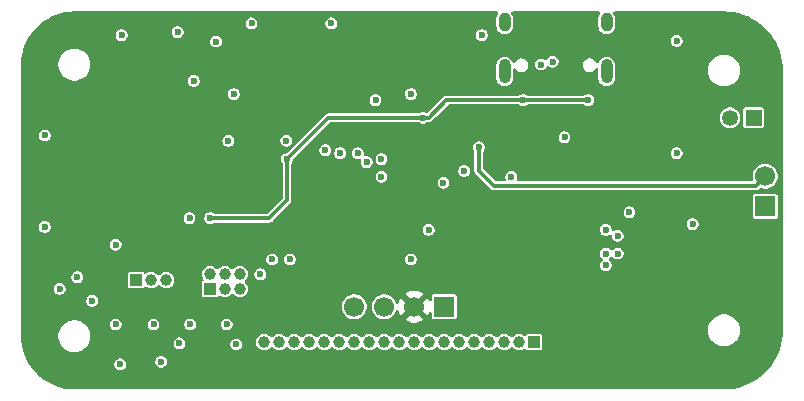
<source format=gbr>
%TF.GenerationSoftware,KiCad,Pcbnew,9.0.1*%
%TF.CreationDate,2025-06-14T17:56:14-05:00*%
%TF.ProjectId,OM-FlexGrid-Rigid-PCB,4f4d2d46-6c65-4784-9772-69642d526967,rev?*%
%TF.SameCoordinates,Original*%
%TF.FileFunction,Copper,L3,Inr*%
%TF.FilePolarity,Positive*%
%FSLAX46Y46*%
G04 Gerber Fmt 4.6, Leading zero omitted, Abs format (unit mm)*
G04 Created by KiCad (PCBNEW 9.0.1) date 2025-06-14 17:56:14*
%MOMM*%
%LPD*%
G01*
G04 APERTURE LIST*
%TA.AperFunction,ComponentPad*%
%ADD10R,1.000000X1.000000*%
%TD*%
%TA.AperFunction,ComponentPad*%
%ADD11C,1.000000*%
%TD*%
%TA.AperFunction,ComponentPad*%
%ADD12R,1.700000X1.700000*%
%TD*%
%TA.AperFunction,ComponentPad*%
%ADD13C,1.700000*%
%TD*%
%TA.AperFunction,HeatsinkPad*%
%ADD14O,1.000000X2.100000*%
%TD*%
%TA.AperFunction,HeatsinkPad*%
%ADD15O,1.000000X1.600000*%
%TD*%
%TA.AperFunction,ComponentPad*%
%ADD16R,1.350000X1.350000*%
%TD*%
%TA.AperFunction,ComponentPad*%
%ADD17C,1.350000*%
%TD*%
%TA.AperFunction,ViaPad*%
%ADD18C,0.600000*%
%TD*%
%TA.AperFunction,Conductor*%
%ADD19C,0.350000*%
%TD*%
G04 APERTURE END LIST*
D10*
%TO.N,GND*%
%TO.C,J6*%
X162230000Y-121750000D03*
D11*
%TO.N,RX*%
X163500000Y-121750000D03*
%TO.N,TX*%
X164770000Y-121750000D03*
%TD*%
D10*
%TO.N,GP41*%
%TO.C,J1*%
X168480000Y-122500000D03*
D11*
%TO.N,SPI_MOSI*%
X168480000Y-121230000D03*
%TO.N,SPI_SCK*%
X169750000Y-122500000D03*
%TO.N,SPI_MISO*%
X169750000Y-121230000D03*
%TO.N,CS*%
X171020000Y-122500000D03*
%TO.N,GP40*%
X171020000Y-121230000D03*
%TD*%
D12*
%TO.N,GND*%
%TO.C,SCRN1*%
X188310000Y-124000000D03*
D13*
%TO.N,+3V3*%
X185770000Y-124000000D03*
%TO.N,SCL*%
X183230000Y-124000000D03*
%TO.N,SDA*%
X180690000Y-124000000D03*
%TD*%
D12*
%TO.N,GND*%
%TO.C,J2*%
X215500000Y-115500000D03*
D13*
%TO.N,VBAT*%
X215500000Y-112960000D03*
%TD*%
D14*
%TO.N,GND*%
%TO.C,J4*%
X202070000Y-104085000D03*
D15*
X202070000Y-99905000D03*
D14*
X193430000Y-104085000D03*
D15*
X193430000Y-99905000D03*
%TD*%
D16*
%TO.N,VBAT*%
%TO.C,J5*%
X214500000Y-108000000D03*
D17*
%TO.N,MotorGND*%
X212500000Y-108000000D03*
%TD*%
D10*
%TO.N,COL_0*%
%TO.C,J3*%
X195930000Y-127000000D03*
D11*
%TO.N,COL_1*%
X194660000Y-127000000D03*
%TO.N,COL_2*%
X193390000Y-127000000D03*
%TO.N,COL_3*%
X192120000Y-127000000D03*
%TO.N,COL_4*%
X190850000Y-127000000D03*
%TO.N,COL_5*%
X189580000Y-127000000D03*
%TO.N,COL_6*%
X188310000Y-127000000D03*
%TO.N,COL_7*%
X187040000Y-127000000D03*
%TO.N,COL_8*%
X185770000Y-127000000D03*
%TO.N,COL_9*%
X184500000Y-127000000D03*
%TO.N,COL_10*%
X183230000Y-127000000D03*
%TO.N,COL_11*%
X181960000Y-127000000D03*
%TO.N,COL_12*%
X180690000Y-127000000D03*
%TO.N,COL_13*%
X179420000Y-127000000D03*
%TO.N,COL_14*%
X178150000Y-127000000D03*
%TO.N,ROW_0*%
X176880000Y-127000000D03*
%TO.N,ROW_1*%
X175610000Y-127000000D03*
%TO.N,ROW_2*%
X174340000Y-127000000D03*
%TO.N,ROW_3*%
X173070000Y-127000000D03*
%TD*%
D18*
%TO.N,GND*%
X170040000Y-109960000D03*
X167112500Y-104887500D03*
%TO.N,100*%
X191500000Y-101000000D03*
%TO.N,SPI_SCK*%
X172750000Y-121250000D03*
%TO.N,GP41*%
X155750000Y-122500000D03*
%TO.N,GP40*%
X157250000Y-121500000D03*
%TO.N,+3V3*%
X205175000Y-112325000D03*
%TO.N,D-*%
X196500000Y-103500000D03*
%TO.N,D+*%
X197500000Y-103250000D03*
%TO.N,ADC_BAT*%
X188250000Y-113500000D03*
%TO.N,EN*%
X208000000Y-101500000D03*
%TO.N,VBAT*%
X191250000Y-110500000D03*
%TO.N,ROW_3*%
X158500000Y-123500000D03*
X166750000Y-116500000D03*
%TO.N,GND*%
X161000000Y-101000000D03*
X154500000Y-109500000D03*
X154500000Y-117250000D03*
%TO.N,SELECT*%
X173750000Y-120000000D03*
%TO.N,MENU*%
X160500000Y-118750000D03*
%TO.N,PWR_OFF*%
X165750000Y-100750000D03*
%TO.N,ROW_1*%
X165900000Y-127100000D03*
%TO.N,ROW_0*%
X170700000Y-127200000D03*
%TO.N,ROW_2*%
X164350000Y-128650000D03*
%TO.N,ROW_3*%
X160875000Y-128875000D03*
%TO.N,SCL*%
X175250000Y-120000000D03*
%TO.N,S1*%
X181750000Y-111750000D03*
%TO.N,S2*%
X181000000Y-111000000D03*
%TO.N,GP16_E*%
X179500000Y-111000000D03*
%TO.N,S3*%
X178250000Y-110750000D03*
%TO.N,S0*%
X183000000Y-113000000D03*
%TO.N,+3V3*%
X180750000Y-102250000D03*
%TO.N,GND*%
X178750000Y-100000000D03*
%TO.N,Net-(MAX1-In)*%
X169000000Y-101550000D03*
X172000000Y-100000000D03*
%TO.N,GND*%
X187000000Y-117500000D03*
%TO.N,+3V3*%
X187000000Y-119500000D03*
%TO.N,GND*%
X185500000Y-120000000D03*
%TO.N,S3*%
X203000000Y-119500000D03*
%TO.N,S0*%
X202000000Y-117500000D03*
%TO.N,S1*%
X203000000Y-118000000D03*
%TO.N,S2*%
X202000000Y-119500000D03*
%TO.N,GP16_E*%
X202000000Y-120500000D03*
%TO.N,+3V3*%
X196000000Y-122000000D03*
X196000000Y-116000000D03*
%TO.N,GND*%
X204000000Y-116000000D03*
%TO.N,Net-(D2-K)*%
X185500000Y-106000000D03*
X190000000Y-112500000D03*
%TO.N,GND*%
X183000000Y-111500000D03*
X182500000Y-106500000D03*
X194000000Y-113000000D03*
X208000000Y-111000000D03*
X209350000Y-117000000D03*
X169900000Y-125500000D03*
X166800000Y-125500000D03*
X163700000Y-125500000D03*
X160500000Y-125500000D03*
X198500000Y-109650000D03*
%TO.N,VBUS*%
X168500000Y-116500000D03*
X186500000Y-108000000D03*
X175000000Y-111500000D03*
X195000000Y-106500000D03*
X200500000Y-106500000D03*
%TO.N,GND*%
X174950000Y-109950000D03*
%TO.N,+3V3*%
X174500000Y-106000000D03*
%TO.N,GND*%
X170500000Y-106000000D03*
%TD*%
D19*
%TO.N,VBAT*%
X191250000Y-112500000D02*
X191250000Y-110500000D01*
X192500000Y-113750000D02*
X191250000Y-112500000D01*
X214710000Y-113750000D02*
X192500000Y-113750000D01*
X215500000Y-112960000D02*
X214710000Y-113750000D01*
%TO.N,VBUS*%
X173500000Y-116500000D02*
X168500000Y-116500000D01*
X175000000Y-115000000D02*
X173500000Y-116500000D01*
X175000000Y-111500000D02*
X175000000Y-115000000D01*
X186500000Y-108000000D02*
X178500000Y-108000000D01*
X178500000Y-108000000D02*
X175000000Y-111500000D01*
X187000000Y-108000000D02*
X186500000Y-108000000D01*
X188500000Y-106500000D02*
X187000000Y-108000000D01*
X195000000Y-106500000D02*
X188500000Y-106500000D01*
X200500000Y-106500000D02*
X195000000Y-106500000D01*
%TD*%
%TA.AperFunction,Conductor*%
%TO.N,+3V3*%
G36*
X192826481Y-99020185D02*
G01*
X192872236Y-99072989D01*
X192882180Y-99142147D01*
X192862544Y-99193391D01*
X192809228Y-99273182D01*
X192809221Y-99273195D01*
X192756421Y-99400667D01*
X192756418Y-99400677D01*
X192729500Y-99536004D01*
X192729500Y-99536007D01*
X192729500Y-100273993D01*
X192729500Y-100273995D01*
X192729499Y-100273995D01*
X192756418Y-100409322D01*
X192756421Y-100409332D01*
X192809221Y-100536804D01*
X192809228Y-100536817D01*
X192885885Y-100651541D01*
X192885888Y-100651545D01*
X192983454Y-100749111D01*
X192983458Y-100749114D01*
X193098182Y-100825771D01*
X193098195Y-100825778D01*
X193225667Y-100878578D01*
X193225672Y-100878580D01*
X193225676Y-100878580D01*
X193225677Y-100878581D01*
X193361004Y-100905500D01*
X193361007Y-100905500D01*
X193498995Y-100905500D01*
X193590041Y-100887389D01*
X193634328Y-100878580D01*
X193761811Y-100825775D01*
X193876542Y-100749114D01*
X193974114Y-100651542D01*
X194050775Y-100536811D01*
X194103580Y-100409328D01*
X194120280Y-100325374D01*
X194130500Y-100273995D01*
X194130500Y-99536004D01*
X194103581Y-99400677D01*
X194103580Y-99400676D01*
X194103580Y-99400672D01*
X194061494Y-99299067D01*
X194050778Y-99273195D01*
X194050771Y-99273182D01*
X193997456Y-99193391D01*
X193976578Y-99126714D01*
X193995062Y-99059333D01*
X194047041Y-99012643D01*
X194100558Y-99000500D01*
X201399442Y-99000500D01*
X201466481Y-99020185D01*
X201512236Y-99072989D01*
X201522180Y-99142147D01*
X201502544Y-99193391D01*
X201449228Y-99273182D01*
X201449221Y-99273195D01*
X201396421Y-99400667D01*
X201396418Y-99400677D01*
X201369500Y-99536004D01*
X201369500Y-99536007D01*
X201369500Y-100273993D01*
X201369500Y-100273995D01*
X201369499Y-100273995D01*
X201396418Y-100409322D01*
X201396421Y-100409332D01*
X201449221Y-100536804D01*
X201449228Y-100536817D01*
X201525885Y-100651541D01*
X201525888Y-100651545D01*
X201623454Y-100749111D01*
X201623458Y-100749114D01*
X201738182Y-100825771D01*
X201738195Y-100825778D01*
X201865667Y-100878578D01*
X201865672Y-100878580D01*
X201865676Y-100878580D01*
X201865677Y-100878581D01*
X202001004Y-100905500D01*
X202001007Y-100905500D01*
X202138995Y-100905500D01*
X202230041Y-100887389D01*
X202274328Y-100878580D01*
X202401811Y-100825775D01*
X202516542Y-100749114D01*
X202614114Y-100651542D01*
X202690775Y-100536811D01*
X202743580Y-100409328D01*
X202760280Y-100325374D01*
X202770500Y-100273995D01*
X202770500Y-99536004D01*
X202743581Y-99400677D01*
X202743580Y-99400676D01*
X202743580Y-99400672D01*
X202701494Y-99299067D01*
X202690778Y-99273195D01*
X202690771Y-99273182D01*
X202637456Y-99193391D01*
X202616578Y-99126714D01*
X202635062Y-99059333D01*
X202687041Y-99012643D01*
X202740558Y-99000500D01*
X211934108Y-99000500D01*
X211997439Y-99000500D01*
X212002562Y-99000605D01*
X212407746Y-99017364D01*
X212417919Y-99018207D01*
X212817817Y-99068054D01*
X212827901Y-99069737D01*
X213222294Y-99152432D01*
X213232208Y-99154942D01*
X213618436Y-99269928D01*
X213628104Y-99273247D01*
X213954678Y-99400677D01*
X214003502Y-99419728D01*
X214012883Y-99423843D01*
X214252404Y-99540938D01*
X214374880Y-99600813D01*
X214383894Y-99605690D01*
X214730070Y-99811966D01*
X214738638Y-99817564D01*
X215066593Y-100051719D01*
X215074668Y-100058005D01*
X215083979Y-100065891D01*
X215382155Y-100318433D01*
X215389695Y-100325374D01*
X215674625Y-100610304D01*
X215681566Y-100617844D01*
X215781671Y-100736038D01*
X215841614Y-100806813D01*
X215941989Y-100925325D01*
X215948282Y-100933410D01*
X216055522Y-101083608D01*
X216182431Y-101261355D01*
X216188037Y-101269935D01*
X216394309Y-101616105D01*
X216399186Y-101625119D01*
X216576154Y-101987112D01*
X216580271Y-101996497D01*
X216726747Y-102371883D01*
X216730075Y-102381576D01*
X216845053Y-102767778D01*
X216847569Y-102777714D01*
X216930260Y-103172089D01*
X216931947Y-103182197D01*
X216981790Y-103582059D01*
X216982636Y-103592273D01*
X216999394Y-103997437D01*
X216999500Y-104002561D01*
X216999500Y-125997438D01*
X216999394Y-126002562D01*
X216982636Y-126407726D01*
X216981790Y-126417940D01*
X216931947Y-126817802D01*
X216930260Y-126827910D01*
X216847569Y-127222285D01*
X216845053Y-127232221D01*
X216730075Y-127618423D01*
X216726747Y-127628116D01*
X216580271Y-128003502D01*
X216576154Y-128012887D01*
X216399186Y-128374880D01*
X216394309Y-128383894D01*
X216188037Y-128730064D01*
X216182431Y-128738644D01*
X215948284Y-129066587D01*
X215941989Y-129074674D01*
X215681566Y-129382155D01*
X215674625Y-129389695D01*
X215389695Y-129674625D01*
X215382155Y-129681566D01*
X215074674Y-129941989D01*
X215066587Y-129948284D01*
X214738644Y-130182431D01*
X214730064Y-130188037D01*
X214383894Y-130394309D01*
X214374880Y-130399186D01*
X214012887Y-130576154D01*
X214003502Y-130580271D01*
X213628116Y-130726747D01*
X213618423Y-130730075D01*
X213232221Y-130845053D01*
X213222285Y-130847569D01*
X212827910Y-130930260D01*
X212817802Y-130931947D01*
X212417940Y-130981790D01*
X212407726Y-130982636D01*
X212002563Y-130999394D01*
X211997439Y-130999500D01*
X157002706Y-130999500D01*
X156997297Y-130999382D01*
X156613249Y-130982614D01*
X156602473Y-130981671D01*
X156224042Y-130931849D01*
X156213389Y-130929971D01*
X155840727Y-130847354D01*
X155830278Y-130844554D01*
X155466244Y-130729775D01*
X155456078Y-130726075D01*
X155103427Y-130580002D01*
X155093623Y-130575430D01*
X154755057Y-130399183D01*
X154745689Y-130393775D01*
X154423755Y-130188681D01*
X154414894Y-130182476D01*
X154112069Y-129950110D01*
X154103782Y-129943156D01*
X153822364Y-129685284D01*
X153814715Y-129677635D01*
X153556843Y-129396217D01*
X153549889Y-129387930D01*
X153317523Y-129085105D01*
X153311318Y-129076244D01*
X153306185Y-129068187D01*
X153141134Y-128809108D01*
X160374500Y-128809108D01*
X160374500Y-128940891D01*
X160408608Y-129068187D01*
X160418376Y-129085105D01*
X160474500Y-129182314D01*
X160567686Y-129275500D01*
X160681814Y-129341392D01*
X160809108Y-129375500D01*
X160809110Y-129375500D01*
X160940890Y-129375500D01*
X160940892Y-129375500D01*
X161068186Y-129341392D01*
X161182314Y-129275500D01*
X161275500Y-129182314D01*
X161341392Y-129068186D01*
X161375500Y-128940892D01*
X161375500Y-128809108D01*
X161341392Y-128681814D01*
X161284981Y-128584108D01*
X163849500Y-128584108D01*
X163849500Y-128715892D01*
X163854477Y-128734467D01*
X163883608Y-128843187D01*
X163897707Y-128867606D01*
X163949500Y-128957314D01*
X164042686Y-129050500D01*
X164156814Y-129116392D01*
X164284108Y-129150500D01*
X164284110Y-129150500D01*
X164415890Y-129150500D01*
X164415892Y-129150500D01*
X164543186Y-129116392D01*
X164657314Y-129050500D01*
X164750500Y-128957314D01*
X164816392Y-128843186D01*
X164850500Y-128715892D01*
X164850500Y-128584108D01*
X164816392Y-128456814D01*
X164750500Y-128342686D01*
X164657314Y-128249500D01*
X164600250Y-128216554D01*
X164543187Y-128183608D01*
X164479539Y-128166554D01*
X164415892Y-128149500D01*
X164284108Y-128149500D01*
X164156812Y-128183608D01*
X164042686Y-128249500D01*
X164042683Y-128249502D01*
X163949502Y-128342683D01*
X163949500Y-128342686D01*
X163883608Y-128456812D01*
X163871719Y-128501185D01*
X163849500Y-128584108D01*
X161284981Y-128584108D01*
X161275500Y-128567686D01*
X161182314Y-128474500D01*
X161125250Y-128441554D01*
X161068187Y-128408608D01*
X160975951Y-128383894D01*
X160940892Y-128374500D01*
X160809108Y-128374500D01*
X160681812Y-128408608D01*
X160567686Y-128474500D01*
X160567683Y-128474502D01*
X160474502Y-128567683D01*
X160474500Y-128567686D01*
X160408608Y-128681812D01*
X160374500Y-128809108D01*
X153141134Y-128809108D01*
X153106223Y-128754309D01*
X153100816Y-128744942D01*
X152924566Y-128406369D01*
X152919997Y-128396572D01*
X152911012Y-128374880D01*
X152773920Y-128043911D01*
X152770224Y-128033755D01*
X152655442Y-127669710D01*
X152652648Y-127659284D01*
X152570025Y-127286597D01*
X152568152Y-127275971D01*
X152518326Y-126897506D01*
X152517386Y-126886771D01*
X152500618Y-126502702D01*
X152500500Y-126497293D01*
X152500500Y-126393713D01*
X155649500Y-126393713D01*
X155649500Y-126606286D01*
X155682753Y-126816239D01*
X155682753Y-126816241D01*
X155682754Y-126816243D01*
X155744673Y-127006810D01*
X155748444Y-127018414D01*
X155844951Y-127207820D01*
X155969890Y-127379786D01*
X156120213Y-127530109D01*
X156292179Y-127655048D01*
X156292181Y-127655049D01*
X156292184Y-127655051D01*
X156481588Y-127751557D01*
X156683757Y-127817246D01*
X156893713Y-127850500D01*
X156893714Y-127850500D01*
X157106286Y-127850500D01*
X157106287Y-127850500D01*
X157316243Y-127817246D01*
X157518412Y-127751557D01*
X157707816Y-127655051D01*
X157754999Y-127620771D01*
X157879786Y-127530109D01*
X157879788Y-127530106D01*
X157879792Y-127530104D01*
X158030104Y-127379792D01*
X158030106Y-127379788D01*
X158030109Y-127379786D01*
X158155048Y-127207820D01*
X158155047Y-127207820D01*
X158155051Y-127207816D01*
X158243560Y-127034108D01*
X165399500Y-127034108D01*
X165399500Y-127165892D01*
X165414610Y-127222285D01*
X165433608Y-127293187D01*
X165466554Y-127350250D01*
X165499500Y-127407314D01*
X165592686Y-127500500D01*
X165706814Y-127566392D01*
X165834108Y-127600500D01*
X165834110Y-127600500D01*
X165965890Y-127600500D01*
X165965892Y-127600500D01*
X166093186Y-127566392D01*
X166207314Y-127500500D01*
X166300500Y-127407314D01*
X166366392Y-127293186D01*
X166400500Y-127165892D01*
X166400500Y-127134108D01*
X170199500Y-127134108D01*
X170199500Y-127265891D01*
X170233608Y-127393187D01*
X170246108Y-127414837D01*
X170299500Y-127507314D01*
X170392686Y-127600500D01*
X170506814Y-127666392D01*
X170634108Y-127700500D01*
X170634110Y-127700500D01*
X170765890Y-127700500D01*
X170765892Y-127700500D01*
X170893186Y-127666392D01*
X171007314Y-127600500D01*
X171100500Y-127507314D01*
X171166392Y-127393186D01*
X171200500Y-127265892D01*
X171200500Y-127134108D01*
X171183053Y-127068995D01*
X172369499Y-127068995D01*
X172396418Y-127204322D01*
X172396421Y-127204332D01*
X172449221Y-127331804D01*
X172449228Y-127331817D01*
X172525885Y-127446541D01*
X172525888Y-127446545D01*
X172623454Y-127544111D01*
X172623458Y-127544114D01*
X172738182Y-127620771D01*
X172738195Y-127620778D01*
X172865667Y-127673578D01*
X172865672Y-127673580D01*
X172865676Y-127673580D01*
X172865677Y-127673581D01*
X173001004Y-127700500D01*
X173001007Y-127700500D01*
X173138995Y-127700500D01*
X173230041Y-127682389D01*
X173274328Y-127673580D01*
X173401811Y-127620775D01*
X173516542Y-127544114D01*
X173560159Y-127500497D01*
X173617319Y-127443338D01*
X173678642Y-127409853D01*
X173748334Y-127414837D01*
X173792681Y-127443338D01*
X173893454Y-127544111D01*
X173893458Y-127544114D01*
X174008182Y-127620771D01*
X174008195Y-127620778D01*
X174135667Y-127673578D01*
X174135672Y-127673580D01*
X174135676Y-127673580D01*
X174135677Y-127673581D01*
X174271004Y-127700500D01*
X174271007Y-127700500D01*
X174408995Y-127700500D01*
X174500041Y-127682389D01*
X174544328Y-127673580D01*
X174671811Y-127620775D01*
X174786542Y-127544114D01*
X174830159Y-127500497D01*
X174887319Y-127443338D01*
X174948642Y-127409853D01*
X175018334Y-127414837D01*
X175062681Y-127443338D01*
X175163454Y-127544111D01*
X175163458Y-127544114D01*
X175278182Y-127620771D01*
X175278195Y-127620778D01*
X175405667Y-127673578D01*
X175405672Y-127673580D01*
X175405676Y-127673580D01*
X175405677Y-127673581D01*
X175541004Y-127700500D01*
X175541007Y-127700500D01*
X175678995Y-127700500D01*
X175770041Y-127682389D01*
X175814328Y-127673580D01*
X175941811Y-127620775D01*
X176056542Y-127544114D01*
X176100159Y-127500497D01*
X176157319Y-127443338D01*
X176218642Y-127409853D01*
X176288334Y-127414837D01*
X176332681Y-127443338D01*
X176433454Y-127544111D01*
X176433458Y-127544114D01*
X176548182Y-127620771D01*
X176548195Y-127620778D01*
X176675667Y-127673578D01*
X176675672Y-127673580D01*
X176675676Y-127673580D01*
X176675677Y-127673581D01*
X176811004Y-127700500D01*
X176811007Y-127700500D01*
X176948995Y-127700500D01*
X177040041Y-127682389D01*
X177084328Y-127673580D01*
X177211811Y-127620775D01*
X177326542Y-127544114D01*
X177370159Y-127500497D01*
X177427319Y-127443338D01*
X177488642Y-127409853D01*
X177558334Y-127414837D01*
X177602681Y-127443338D01*
X177703454Y-127544111D01*
X177703458Y-127544114D01*
X177818182Y-127620771D01*
X177818195Y-127620778D01*
X177945667Y-127673578D01*
X177945672Y-127673580D01*
X177945676Y-127673580D01*
X177945677Y-127673581D01*
X178081004Y-127700500D01*
X178081007Y-127700500D01*
X178218995Y-127700500D01*
X178310041Y-127682389D01*
X178354328Y-127673580D01*
X178481811Y-127620775D01*
X178596542Y-127544114D01*
X178640159Y-127500497D01*
X178697319Y-127443338D01*
X178758642Y-127409853D01*
X178828334Y-127414837D01*
X178872681Y-127443338D01*
X178973454Y-127544111D01*
X178973458Y-127544114D01*
X179088182Y-127620771D01*
X179088195Y-127620778D01*
X179215667Y-127673578D01*
X179215672Y-127673580D01*
X179215676Y-127673580D01*
X179215677Y-127673581D01*
X179351004Y-127700500D01*
X179351007Y-127700500D01*
X179488995Y-127700500D01*
X179580041Y-127682389D01*
X179624328Y-127673580D01*
X179751811Y-127620775D01*
X179866542Y-127544114D01*
X179910159Y-127500497D01*
X179967319Y-127443338D01*
X180028642Y-127409853D01*
X180098334Y-127414837D01*
X180142681Y-127443338D01*
X180243454Y-127544111D01*
X180243458Y-127544114D01*
X180358182Y-127620771D01*
X180358195Y-127620778D01*
X180485667Y-127673578D01*
X180485672Y-127673580D01*
X180485676Y-127673580D01*
X180485677Y-127673581D01*
X180621004Y-127700500D01*
X180621007Y-127700500D01*
X180758995Y-127700500D01*
X180850041Y-127682389D01*
X180894328Y-127673580D01*
X181021811Y-127620775D01*
X181136542Y-127544114D01*
X181180159Y-127500497D01*
X181237319Y-127443338D01*
X181298642Y-127409853D01*
X181368334Y-127414837D01*
X181412681Y-127443338D01*
X181513454Y-127544111D01*
X181513458Y-127544114D01*
X181628182Y-127620771D01*
X181628195Y-127620778D01*
X181755667Y-127673578D01*
X181755672Y-127673580D01*
X181755676Y-127673580D01*
X181755677Y-127673581D01*
X181891004Y-127700500D01*
X181891007Y-127700500D01*
X182028995Y-127700500D01*
X182120041Y-127682389D01*
X182164328Y-127673580D01*
X182291811Y-127620775D01*
X182406542Y-127544114D01*
X182450159Y-127500497D01*
X182507319Y-127443338D01*
X182568642Y-127409853D01*
X182638334Y-127414837D01*
X182682681Y-127443338D01*
X182783454Y-127544111D01*
X182783458Y-127544114D01*
X182898182Y-127620771D01*
X182898195Y-127620778D01*
X183025667Y-127673578D01*
X183025672Y-127673580D01*
X183025676Y-127673580D01*
X183025677Y-127673581D01*
X183161004Y-127700500D01*
X183161007Y-127700500D01*
X183298995Y-127700500D01*
X183390041Y-127682389D01*
X183434328Y-127673580D01*
X183561811Y-127620775D01*
X183676542Y-127544114D01*
X183720159Y-127500497D01*
X183777319Y-127443338D01*
X183838642Y-127409853D01*
X183908334Y-127414837D01*
X183952681Y-127443338D01*
X184053454Y-127544111D01*
X184053458Y-127544114D01*
X184168182Y-127620771D01*
X184168195Y-127620778D01*
X184295667Y-127673578D01*
X184295672Y-127673580D01*
X184295676Y-127673580D01*
X184295677Y-127673581D01*
X184431004Y-127700500D01*
X184431007Y-127700500D01*
X184568995Y-127700500D01*
X184660041Y-127682389D01*
X184704328Y-127673580D01*
X184831811Y-127620775D01*
X184946542Y-127544114D01*
X184990159Y-127500497D01*
X185047319Y-127443338D01*
X185108642Y-127409853D01*
X185178334Y-127414837D01*
X185222681Y-127443338D01*
X185323454Y-127544111D01*
X185323458Y-127544114D01*
X185438182Y-127620771D01*
X185438195Y-127620778D01*
X185565667Y-127673578D01*
X185565672Y-127673580D01*
X185565676Y-127673580D01*
X185565677Y-127673581D01*
X185701004Y-127700500D01*
X185701007Y-127700500D01*
X185838995Y-127700500D01*
X185930041Y-127682389D01*
X185974328Y-127673580D01*
X186101811Y-127620775D01*
X186216542Y-127544114D01*
X186260159Y-127500497D01*
X186317319Y-127443338D01*
X186378642Y-127409853D01*
X186448334Y-127414837D01*
X186492681Y-127443338D01*
X186593454Y-127544111D01*
X186593458Y-127544114D01*
X186708182Y-127620771D01*
X186708195Y-127620778D01*
X186835667Y-127673578D01*
X186835672Y-127673580D01*
X186835676Y-127673580D01*
X186835677Y-127673581D01*
X186971004Y-127700500D01*
X186971007Y-127700500D01*
X187108995Y-127700500D01*
X187200041Y-127682389D01*
X187244328Y-127673580D01*
X187371811Y-127620775D01*
X187486542Y-127544114D01*
X187530159Y-127500497D01*
X187587319Y-127443338D01*
X187648642Y-127409853D01*
X187718334Y-127414837D01*
X187762681Y-127443338D01*
X187863454Y-127544111D01*
X187863458Y-127544114D01*
X187978182Y-127620771D01*
X187978195Y-127620778D01*
X188105667Y-127673578D01*
X188105672Y-127673580D01*
X188105676Y-127673580D01*
X188105677Y-127673581D01*
X188241004Y-127700500D01*
X188241007Y-127700500D01*
X188378995Y-127700500D01*
X188470041Y-127682389D01*
X188514328Y-127673580D01*
X188641811Y-127620775D01*
X188756542Y-127544114D01*
X188800159Y-127500497D01*
X188857319Y-127443338D01*
X188918642Y-127409853D01*
X188988334Y-127414837D01*
X189032681Y-127443338D01*
X189133454Y-127544111D01*
X189133458Y-127544114D01*
X189248182Y-127620771D01*
X189248195Y-127620778D01*
X189375667Y-127673578D01*
X189375672Y-127673580D01*
X189375676Y-127673580D01*
X189375677Y-127673581D01*
X189511004Y-127700500D01*
X189511007Y-127700500D01*
X189648995Y-127700500D01*
X189740041Y-127682389D01*
X189784328Y-127673580D01*
X189911811Y-127620775D01*
X190026542Y-127544114D01*
X190070159Y-127500497D01*
X190127319Y-127443338D01*
X190188642Y-127409853D01*
X190258334Y-127414837D01*
X190302681Y-127443338D01*
X190403454Y-127544111D01*
X190403458Y-127544114D01*
X190518182Y-127620771D01*
X190518195Y-127620778D01*
X190645667Y-127673578D01*
X190645672Y-127673580D01*
X190645676Y-127673580D01*
X190645677Y-127673581D01*
X190781004Y-127700500D01*
X190781007Y-127700500D01*
X190918995Y-127700500D01*
X191010041Y-127682389D01*
X191054328Y-127673580D01*
X191181811Y-127620775D01*
X191296542Y-127544114D01*
X191340159Y-127500497D01*
X191397319Y-127443338D01*
X191458642Y-127409853D01*
X191528334Y-127414837D01*
X191572681Y-127443338D01*
X191673454Y-127544111D01*
X191673458Y-127544114D01*
X191788182Y-127620771D01*
X191788195Y-127620778D01*
X191915667Y-127673578D01*
X191915672Y-127673580D01*
X191915676Y-127673580D01*
X191915677Y-127673581D01*
X192051004Y-127700500D01*
X192051007Y-127700500D01*
X192188995Y-127700500D01*
X192280041Y-127682389D01*
X192324328Y-127673580D01*
X192451811Y-127620775D01*
X192566542Y-127544114D01*
X192610159Y-127500497D01*
X192667319Y-127443338D01*
X192728642Y-127409853D01*
X192798334Y-127414837D01*
X192842681Y-127443338D01*
X192943454Y-127544111D01*
X192943458Y-127544114D01*
X193058182Y-127620771D01*
X193058195Y-127620778D01*
X193185667Y-127673578D01*
X193185672Y-127673580D01*
X193185676Y-127673580D01*
X193185677Y-127673581D01*
X193321004Y-127700500D01*
X193321007Y-127700500D01*
X193458995Y-127700500D01*
X193550041Y-127682389D01*
X193594328Y-127673580D01*
X193721811Y-127620775D01*
X193836542Y-127544114D01*
X193880159Y-127500497D01*
X193937319Y-127443338D01*
X193998642Y-127409853D01*
X194068334Y-127414837D01*
X194112681Y-127443338D01*
X194213454Y-127544111D01*
X194213458Y-127544114D01*
X194328182Y-127620771D01*
X194328195Y-127620778D01*
X194455667Y-127673578D01*
X194455672Y-127673580D01*
X194455676Y-127673580D01*
X194455677Y-127673581D01*
X194591004Y-127700500D01*
X194591007Y-127700500D01*
X194728995Y-127700500D01*
X194820041Y-127682389D01*
X194864328Y-127673580D01*
X194991811Y-127620775D01*
X195080730Y-127561361D01*
X195147405Y-127540484D01*
X195214785Y-127558968D01*
X195252721Y-127595573D01*
X195285447Y-127644552D01*
X195351769Y-127688867D01*
X195351770Y-127688868D01*
X195410247Y-127700499D01*
X195410250Y-127700500D01*
X195410252Y-127700500D01*
X196449750Y-127700500D01*
X196449751Y-127700499D01*
X196464568Y-127697552D01*
X196508229Y-127688868D01*
X196508229Y-127688867D01*
X196508231Y-127688867D01*
X196574552Y-127644552D01*
X196618867Y-127578231D01*
X196618867Y-127578229D01*
X196618868Y-127578229D01*
X196630499Y-127519752D01*
X196630500Y-127519750D01*
X196630500Y-126480249D01*
X196630499Y-126480247D01*
X196618868Y-126421770D01*
X196618867Y-126421769D01*
X196574552Y-126355447D01*
X196508230Y-126311132D01*
X196508229Y-126311131D01*
X196449752Y-126299500D01*
X196449748Y-126299500D01*
X195410252Y-126299500D01*
X195410247Y-126299500D01*
X195351770Y-126311131D01*
X195351769Y-126311132D01*
X195285447Y-126355447D01*
X195252721Y-126404426D01*
X195199108Y-126449231D01*
X195129783Y-126457938D01*
X195080728Y-126438637D01*
X194991817Y-126379228D01*
X194991804Y-126379221D01*
X194864332Y-126326421D01*
X194864322Y-126326418D01*
X194728995Y-126299500D01*
X194728993Y-126299500D01*
X194591007Y-126299500D01*
X194591005Y-126299500D01*
X194455677Y-126326418D01*
X194455667Y-126326421D01*
X194328195Y-126379221D01*
X194328182Y-126379228D01*
X194213458Y-126455885D01*
X194213454Y-126455888D01*
X194112681Y-126556662D01*
X194051358Y-126590147D01*
X193981666Y-126585163D01*
X193937319Y-126556662D01*
X193836545Y-126455888D01*
X193836541Y-126455885D01*
X193721817Y-126379228D01*
X193721804Y-126379221D01*
X193594332Y-126326421D01*
X193594322Y-126326418D01*
X193458995Y-126299500D01*
X193458993Y-126299500D01*
X193321007Y-126299500D01*
X193321005Y-126299500D01*
X193185677Y-126326418D01*
X193185667Y-126326421D01*
X193058195Y-126379221D01*
X193058182Y-126379228D01*
X192943458Y-126455885D01*
X192943454Y-126455888D01*
X192842681Y-126556662D01*
X192781358Y-126590147D01*
X192711666Y-126585163D01*
X192667319Y-126556662D01*
X192566545Y-126455888D01*
X192566541Y-126455885D01*
X192451817Y-126379228D01*
X192451804Y-126379221D01*
X192324332Y-126326421D01*
X192324322Y-126326418D01*
X192188995Y-126299500D01*
X192188993Y-126299500D01*
X192051007Y-126299500D01*
X192051005Y-126299500D01*
X191915677Y-126326418D01*
X191915667Y-126326421D01*
X191788195Y-126379221D01*
X191788182Y-126379228D01*
X191673458Y-126455885D01*
X191673454Y-126455888D01*
X191572681Y-126556662D01*
X191511358Y-126590147D01*
X191441666Y-126585163D01*
X191397319Y-126556662D01*
X191296545Y-126455888D01*
X191296541Y-126455885D01*
X191181817Y-126379228D01*
X191181804Y-126379221D01*
X191054332Y-126326421D01*
X191054322Y-126326418D01*
X190918995Y-126299500D01*
X190918993Y-126299500D01*
X190781007Y-126299500D01*
X190781005Y-126299500D01*
X190645677Y-126326418D01*
X190645667Y-126326421D01*
X190518195Y-126379221D01*
X190518182Y-126379228D01*
X190403458Y-126455885D01*
X190403454Y-126455888D01*
X190302681Y-126556662D01*
X190241358Y-126590147D01*
X190171666Y-126585163D01*
X190127319Y-126556662D01*
X190026545Y-126455888D01*
X190026541Y-126455885D01*
X189911817Y-126379228D01*
X189911804Y-126379221D01*
X189784332Y-126326421D01*
X189784322Y-126326418D01*
X189648995Y-126299500D01*
X189648993Y-126299500D01*
X189511007Y-126299500D01*
X189511005Y-126299500D01*
X189375677Y-126326418D01*
X189375667Y-126326421D01*
X189248195Y-126379221D01*
X189248182Y-126379228D01*
X189133458Y-126455885D01*
X189133454Y-126455888D01*
X189032681Y-126556662D01*
X188971358Y-126590147D01*
X188901666Y-126585163D01*
X188857319Y-126556662D01*
X188756545Y-126455888D01*
X188756541Y-126455885D01*
X188641817Y-126379228D01*
X188641804Y-126379221D01*
X188514332Y-126326421D01*
X188514322Y-126326418D01*
X188378995Y-126299500D01*
X188378993Y-126299500D01*
X188241007Y-126299500D01*
X188241005Y-126299500D01*
X188105677Y-126326418D01*
X188105667Y-126326421D01*
X187978195Y-126379221D01*
X187978182Y-126379228D01*
X187863458Y-126455885D01*
X187863454Y-126455888D01*
X187762681Y-126556662D01*
X187701358Y-126590147D01*
X187631666Y-126585163D01*
X187587319Y-126556662D01*
X187486545Y-126455888D01*
X187486541Y-126455885D01*
X187371817Y-126379228D01*
X187371804Y-126379221D01*
X187244332Y-126326421D01*
X187244322Y-126326418D01*
X187108995Y-126299500D01*
X187108993Y-126299500D01*
X186971007Y-126299500D01*
X186971005Y-126299500D01*
X186835677Y-126326418D01*
X186835667Y-126326421D01*
X186708195Y-126379221D01*
X186708182Y-126379228D01*
X186593458Y-126455885D01*
X186593454Y-126455888D01*
X186492681Y-126556662D01*
X186431358Y-126590147D01*
X186361666Y-126585163D01*
X186317319Y-126556662D01*
X186216545Y-126455888D01*
X186216541Y-126455885D01*
X186101817Y-126379228D01*
X186101804Y-126379221D01*
X185974332Y-126326421D01*
X185974322Y-126326418D01*
X185838995Y-126299500D01*
X185838993Y-126299500D01*
X185701007Y-126299500D01*
X185701005Y-126299500D01*
X185565677Y-126326418D01*
X185565667Y-126326421D01*
X185438195Y-126379221D01*
X185438182Y-126379228D01*
X185323458Y-126455885D01*
X185323454Y-126455888D01*
X185222681Y-126556662D01*
X185161358Y-126590147D01*
X185091666Y-126585163D01*
X185047319Y-126556662D01*
X184946545Y-126455888D01*
X184946541Y-126455885D01*
X184831817Y-126379228D01*
X184831804Y-126379221D01*
X184704332Y-126326421D01*
X184704322Y-126326418D01*
X184568995Y-126299500D01*
X184568993Y-126299500D01*
X184431007Y-126299500D01*
X184431005Y-126299500D01*
X184295677Y-126326418D01*
X184295667Y-126326421D01*
X184168195Y-126379221D01*
X184168182Y-126379228D01*
X184053458Y-126455885D01*
X184053454Y-126455888D01*
X183952681Y-126556662D01*
X183891358Y-126590147D01*
X183821666Y-126585163D01*
X183777319Y-126556662D01*
X183676545Y-126455888D01*
X183676541Y-126455885D01*
X183561817Y-126379228D01*
X183561804Y-126379221D01*
X183434332Y-126326421D01*
X183434322Y-126326418D01*
X183298995Y-126299500D01*
X183298993Y-126299500D01*
X183161007Y-126299500D01*
X183161005Y-126299500D01*
X183025677Y-126326418D01*
X183025667Y-126326421D01*
X182898195Y-126379221D01*
X182898182Y-126379228D01*
X182783458Y-126455885D01*
X182783454Y-126455888D01*
X182682681Y-126556662D01*
X182621358Y-126590147D01*
X182551666Y-126585163D01*
X182507319Y-126556662D01*
X182406545Y-126455888D01*
X182406541Y-126455885D01*
X182291817Y-126379228D01*
X182291804Y-126379221D01*
X182164332Y-126326421D01*
X182164322Y-126326418D01*
X182028995Y-126299500D01*
X182028993Y-126299500D01*
X181891007Y-126299500D01*
X181891005Y-126299500D01*
X181755677Y-126326418D01*
X181755667Y-126326421D01*
X181628195Y-126379221D01*
X181628182Y-126379228D01*
X181513458Y-126455885D01*
X181513454Y-126455888D01*
X181412681Y-126556662D01*
X181351358Y-126590147D01*
X181281666Y-126585163D01*
X181237319Y-126556662D01*
X181136545Y-126455888D01*
X181136541Y-126455885D01*
X181021817Y-126379228D01*
X181021804Y-126379221D01*
X180894332Y-126326421D01*
X180894322Y-126326418D01*
X180758995Y-126299500D01*
X180758993Y-126299500D01*
X180621007Y-126299500D01*
X180621005Y-126299500D01*
X180485677Y-126326418D01*
X180485667Y-126326421D01*
X180358195Y-126379221D01*
X180358182Y-126379228D01*
X180243458Y-126455885D01*
X180243454Y-126455888D01*
X180142681Y-126556662D01*
X180081358Y-126590147D01*
X180011666Y-126585163D01*
X179967319Y-126556662D01*
X179866545Y-126455888D01*
X179866541Y-126455885D01*
X179751817Y-126379228D01*
X179751804Y-126379221D01*
X179624332Y-126326421D01*
X179624322Y-126326418D01*
X179488995Y-126299500D01*
X179488993Y-126299500D01*
X179351007Y-126299500D01*
X179351005Y-126299500D01*
X179215677Y-126326418D01*
X179215667Y-126326421D01*
X179088195Y-126379221D01*
X179088182Y-126379228D01*
X178973458Y-126455885D01*
X178973454Y-126455888D01*
X178872681Y-126556662D01*
X178811358Y-126590147D01*
X178741666Y-126585163D01*
X178697319Y-126556662D01*
X178596545Y-126455888D01*
X178596541Y-126455885D01*
X178481817Y-126379228D01*
X178481804Y-126379221D01*
X178354332Y-126326421D01*
X178354322Y-126326418D01*
X178218995Y-126299500D01*
X178218993Y-126299500D01*
X178081007Y-126299500D01*
X178081005Y-126299500D01*
X177945677Y-126326418D01*
X177945667Y-126326421D01*
X177818195Y-126379221D01*
X177818182Y-126379228D01*
X177703458Y-126455885D01*
X177703454Y-126455888D01*
X177602681Y-126556662D01*
X177541358Y-126590147D01*
X177471666Y-126585163D01*
X177427319Y-126556662D01*
X177326545Y-126455888D01*
X177326541Y-126455885D01*
X177211817Y-126379228D01*
X177211804Y-126379221D01*
X177084332Y-126326421D01*
X177084322Y-126326418D01*
X176948995Y-126299500D01*
X176948993Y-126299500D01*
X176811007Y-126299500D01*
X176811005Y-126299500D01*
X176675677Y-126326418D01*
X176675667Y-126326421D01*
X176548195Y-126379221D01*
X176548182Y-126379228D01*
X176433458Y-126455885D01*
X176433454Y-126455888D01*
X176332681Y-126556662D01*
X176271358Y-126590147D01*
X176201666Y-126585163D01*
X176157319Y-126556662D01*
X176056545Y-126455888D01*
X176056541Y-126455885D01*
X175941817Y-126379228D01*
X175941804Y-126379221D01*
X175814332Y-126326421D01*
X175814322Y-126326418D01*
X175678995Y-126299500D01*
X175678993Y-126299500D01*
X175541007Y-126299500D01*
X175541005Y-126299500D01*
X175405677Y-126326418D01*
X175405667Y-126326421D01*
X175278195Y-126379221D01*
X175278182Y-126379228D01*
X175163458Y-126455885D01*
X175163454Y-126455888D01*
X175062681Y-126556662D01*
X175001358Y-126590147D01*
X174931666Y-126585163D01*
X174887319Y-126556662D01*
X174786545Y-126455888D01*
X174786541Y-126455885D01*
X174671817Y-126379228D01*
X174671804Y-126379221D01*
X174544332Y-126326421D01*
X174544322Y-126326418D01*
X174408995Y-126299500D01*
X174408993Y-126299500D01*
X174271007Y-126299500D01*
X174271005Y-126299500D01*
X174135677Y-126326418D01*
X174135667Y-126326421D01*
X174008195Y-126379221D01*
X174008182Y-126379228D01*
X173893458Y-126455885D01*
X173893454Y-126455888D01*
X173792681Y-126556662D01*
X173731358Y-126590147D01*
X173661666Y-126585163D01*
X173617319Y-126556662D01*
X173516545Y-126455888D01*
X173516541Y-126455885D01*
X173401817Y-126379228D01*
X173401804Y-126379221D01*
X173274332Y-126326421D01*
X173274322Y-126326418D01*
X173138995Y-126299500D01*
X173138993Y-126299500D01*
X173001007Y-126299500D01*
X173001005Y-126299500D01*
X172865677Y-126326418D01*
X172865667Y-126326421D01*
X172738195Y-126379221D01*
X172738182Y-126379228D01*
X172623458Y-126455885D01*
X172623454Y-126455888D01*
X172525888Y-126553454D01*
X172525885Y-126553458D01*
X172449228Y-126668182D01*
X172449221Y-126668195D01*
X172396421Y-126795667D01*
X172396418Y-126795677D01*
X172369500Y-126931004D01*
X172369500Y-126931007D01*
X172369500Y-127068993D01*
X172369500Y-127068995D01*
X172369499Y-127068995D01*
X171183053Y-127068995D01*
X171166392Y-127006814D01*
X171155335Y-126987662D01*
X171154905Y-126986917D01*
X171154904Y-126986916D01*
X171148013Y-126974980D01*
X171100500Y-126892686D01*
X171007314Y-126799500D01*
X170950250Y-126766554D01*
X170893187Y-126733608D01*
X170829539Y-126716554D01*
X170765892Y-126699500D01*
X170634108Y-126699500D01*
X170506812Y-126733608D01*
X170392686Y-126799500D01*
X170392683Y-126799502D01*
X170299502Y-126892683D01*
X170299500Y-126892686D01*
X170233608Y-127006812D01*
X170199500Y-127134108D01*
X166400500Y-127134108D01*
X166400500Y-127034108D01*
X166366392Y-126906814D01*
X166300500Y-126792686D01*
X166207314Y-126699500D01*
X166150250Y-126666554D01*
X166093187Y-126633608D01*
X166029539Y-126616554D01*
X165965892Y-126599500D01*
X165834108Y-126599500D01*
X165706812Y-126633608D01*
X165592686Y-126699500D01*
X165592683Y-126699502D01*
X165499502Y-126792683D01*
X165499500Y-126792686D01*
X165433608Y-126906812D01*
X165411945Y-126987661D01*
X165399500Y-127034108D01*
X158243560Y-127034108D01*
X158251557Y-127018412D01*
X158317246Y-126816243D01*
X158350500Y-126606287D01*
X158350500Y-126393713D01*
X158317246Y-126183757D01*
X158251557Y-125981588D01*
X158155051Y-125792184D01*
X158155049Y-125792181D01*
X158155048Y-125792179D01*
X158030109Y-125620213D01*
X157879786Y-125469890D01*
X157830536Y-125434108D01*
X159999500Y-125434108D01*
X159999500Y-125565891D01*
X160033608Y-125693187D01*
X160066554Y-125750250D01*
X160099500Y-125807314D01*
X160192686Y-125900500D01*
X160306814Y-125966392D01*
X160434108Y-126000500D01*
X160434110Y-126000500D01*
X160565890Y-126000500D01*
X160565892Y-126000500D01*
X160693186Y-125966392D01*
X160807314Y-125900500D01*
X160900500Y-125807314D01*
X160966392Y-125693186D01*
X161000500Y-125565892D01*
X161000500Y-125434108D01*
X163199500Y-125434108D01*
X163199500Y-125565891D01*
X163233608Y-125693187D01*
X163266554Y-125750250D01*
X163299500Y-125807314D01*
X163392686Y-125900500D01*
X163506814Y-125966392D01*
X163634108Y-126000500D01*
X163634110Y-126000500D01*
X163765890Y-126000500D01*
X163765892Y-126000500D01*
X163893186Y-125966392D01*
X164007314Y-125900500D01*
X164100500Y-125807314D01*
X164166392Y-125693186D01*
X164200500Y-125565892D01*
X164200500Y-125434108D01*
X166299500Y-125434108D01*
X166299500Y-125565891D01*
X166333608Y-125693187D01*
X166366554Y-125750250D01*
X166399500Y-125807314D01*
X166492686Y-125900500D01*
X166606814Y-125966392D01*
X166734108Y-126000500D01*
X166734110Y-126000500D01*
X166865890Y-126000500D01*
X166865892Y-126000500D01*
X166993186Y-125966392D01*
X167107314Y-125900500D01*
X167200500Y-125807314D01*
X167266392Y-125693186D01*
X167300500Y-125565892D01*
X167300500Y-125434108D01*
X169399500Y-125434108D01*
X169399500Y-125565891D01*
X169433608Y-125693187D01*
X169466554Y-125750250D01*
X169499500Y-125807314D01*
X169592686Y-125900500D01*
X169706814Y-125966392D01*
X169834108Y-126000500D01*
X169834110Y-126000500D01*
X169965890Y-126000500D01*
X169965892Y-126000500D01*
X170093186Y-125966392D01*
X170207314Y-125900500D01*
X170214101Y-125893713D01*
X210649500Y-125893713D01*
X210649500Y-126106286D01*
X210681944Y-126311133D01*
X210682754Y-126316243D01*
X210743338Y-126502702D01*
X210748444Y-126518414D01*
X210844951Y-126707820D01*
X210969890Y-126879786D01*
X211120213Y-127030109D01*
X211292179Y-127155048D01*
X211292181Y-127155049D01*
X211292184Y-127155051D01*
X211481588Y-127251557D01*
X211683757Y-127317246D01*
X211893713Y-127350500D01*
X211893714Y-127350500D01*
X212106286Y-127350500D01*
X212106287Y-127350500D01*
X212316243Y-127317246D01*
X212518412Y-127251557D01*
X212707816Y-127155051D01*
X212826266Y-127068993D01*
X212879786Y-127030109D01*
X212879788Y-127030106D01*
X212879792Y-127030104D01*
X213030104Y-126879792D01*
X213030106Y-126879788D01*
X213030109Y-126879786D01*
X213155048Y-126707820D01*
X213155047Y-126707820D01*
X213155051Y-126707816D01*
X213251557Y-126518412D01*
X213317246Y-126316243D01*
X213350500Y-126106287D01*
X213350500Y-125893713D01*
X213317246Y-125683757D01*
X213251557Y-125481588D01*
X213155051Y-125292184D01*
X213155049Y-125292181D01*
X213155048Y-125292179D01*
X213030109Y-125120213D01*
X212879786Y-124969890D01*
X212707820Y-124844951D01*
X212518414Y-124748444D01*
X212518413Y-124748443D01*
X212518412Y-124748443D01*
X212316243Y-124682754D01*
X212316241Y-124682753D01*
X212316240Y-124682753D01*
X212154957Y-124657208D01*
X212106287Y-124649500D01*
X211893713Y-124649500D01*
X211845042Y-124657208D01*
X211683760Y-124682753D01*
X211481585Y-124748444D01*
X211292179Y-124844951D01*
X211120213Y-124969890D01*
X210969890Y-125120213D01*
X210844951Y-125292179D01*
X210748444Y-125481585D01*
X210682753Y-125683760D01*
X210649500Y-125893713D01*
X170214101Y-125893713D01*
X170300500Y-125807314D01*
X170366392Y-125693186D01*
X170400500Y-125565892D01*
X170400500Y-125434108D01*
X170366392Y-125306814D01*
X170300500Y-125192686D01*
X170207314Y-125099500D01*
X170102297Y-125038868D01*
X170093187Y-125033608D01*
X170029539Y-125016554D01*
X169965892Y-124999500D01*
X169834108Y-124999500D01*
X169706812Y-125033608D01*
X169592686Y-125099500D01*
X169592683Y-125099502D01*
X169499502Y-125192683D01*
X169499500Y-125192686D01*
X169433608Y-125306812D01*
X169399500Y-125434108D01*
X167300500Y-125434108D01*
X167266392Y-125306814D01*
X167200500Y-125192686D01*
X167107314Y-125099500D01*
X167002297Y-125038868D01*
X166993187Y-125033608D01*
X166929539Y-125016554D01*
X166865892Y-124999500D01*
X166734108Y-124999500D01*
X166606812Y-125033608D01*
X166492686Y-125099500D01*
X166492683Y-125099502D01*
X166399502Y-125192683D01*
X166399500Y-125192686D01*
X166333608Y-125306812D01*
X166299500Y-125434108D01*
X164200500Y-125434108D01*
X164166392Y-125306814D01*
X164100500Y-125192686D01*
X164007314Y-125099500D01*
X163902297Y-125038868D01*
X163893187Y-125033608D01*
X163829539Y-125016554D01*
X163765892Y-124999500D01*
X163634108Y-124999500D01*
X163506812Y-125033608D01*
X163392686Y-125099500D01*
X163392683Y-125099502D01*
X163299502Y-125192683D01*
X163299500Y-125192686D01*
X163233608Y-125306812D01*
X163199500Y-125434108D01*
X161000500Y-125434108D01*
X160966392Y-125306814D01*
X160900500Y-125192686D01*
X160807314Y-125099500D01*
X160702297Y-125038868D01*
X160693187Y-125033608D01*
X160629539Y-125016554D01*
X160565892Y-124999500D01*
X160434108Y-124999500D01*
X160306812Y-125033608D01*
X160192686Y-125099500D01*
X160192683Y-125099502D01*
X160099502Y-125192683D01*
X160099500Y-125192686D01*
X160033608Y-125306812D01*
X159999500Y-125434108D01*
X157830536Y-125434108D01*
X157707820Y-125344951D01*
X157518414Y-125248444D01*
X157518413Y-125248443D01*
X157518412Y-125248443D01*
X157316243Y-125182754D01*
X157316241Y-125182753D01*
X157316240Y-125182753D01*
X157138638Y-125154624D01*
X157106287Y-125149500D01*
X156893713Y-125149500D01*
X156861362Y-125154624D01*
X156683760Y-125182753D01*
X156481585Y-125248444D01*
X156292179Y-125344951D01*
X156120213Y-125469890D01*
X155969890Y-125620213D01*
X155844951Y-125792179D01*
X155748444Y-125981585D01*
X155682753Y-126183760D01*
X155649500Y-126393713D01*
X152500500Y-126393713D01*
X152500500Y-123434108D01*
X157999500Y-123434108D01*
X157999500Y-123565891D01*
X158033608Y-123693187D01*
X158046577Y-123715649D01*
X158099500Y-123807314D01*
X158192686Y-123900500D01*
X158306814Y-123966392D01*
X158434108Y-124000500D01*
X158434110Y-124000500D01*
X158565890Y-124000500D01*
X158565892Y-124000500D01*
X158693186Y-123966392D01*
X158807314Y-123900500D01*
X158811284Y-123896530D01*
X179639500Y-123896530D01*
X179639500Y-124103469D01*
X179679868Y-124306412D01*
X179679870Y-124306420D01*
X179745939Y-124465925D01*
X179759059Y-124497598D01*
X179804796Y-124566048D01*
X179874024Y-124669657D01*
X180020342Y-124815975D01*
X180020345Y-124815977D01*
X180192402Y-124930941D01*
X180383580Y-125010130D01*
X180501613Y-125033608D01*
X180586530Y-125050499D01*
X180586534Y-125050500D01*
X180586535Y-125050500D01*
X180793466Y-125050500D01*
X180793467Y-125050499D01*
X180996420Y-125010130D01*
X181187598Y-124930941D01*
X181359655Y-124815977D01*
X181505977Y-124669655D01*
X181620941Y-124497598D01*
X181700130Y-124306420D01*
X181740500Y-124103465D01*
X181740500Y-123896535D01*
X181740499Y-123896530D01*
X182179500Y-123896530D01*
X182179500Y-124103469D01*
X182219868Y-124306412D01*
X182219870Y-124306420D01*
X182285939Y-124465925D01*
X182299059Y-124497598D01*
X182344796Y-124566048D01*
X182414024Y-124669657D01*
X182560342Y-124815975D01*
X182560345Y-124815977D01*
X182732402Y-124930941D01*
X182923580Y-125010130D01*
X183041613Y-125033608D01*
X183126530Y-125050499D01*
X183126534Y-125050500D01*
X183126535Y-125050500D01*
X183333466Y-125050500D01*
X183333467Y-125050499D01*
X183536420Y-125010130D01*
X183727598Y-124930941D01*
X183899655Y-124815977D01*
X184045977Y-124669655D01*
X184160941Y-124497598D01*
X184229165Y-124332889D01*
X184273004Y-124278488D01*
X184339298Y-124256423D01*
X184406998Y-124273702D01*
X184454609Y-124324839D01*
X184461656Y-124342026D01*
X184518904Y-124518216D01*
X184615375Y-124707550D01*
X184654728Y-124761716D01*
X185287037Y-124129408D01*
X185304075Y-124192993D01*
X185369901Y-124307007D01*
X185462993Y-124400099D01*
X185577007Y-124465925D01*
X185640590Y-124482962D01*
X185008282Y-125115269D01*
X185008282Y-125115270D01*
X185062449Y-125154624D01*
X185251782Y-125251095D01*
X185453870Y-125316757D01*
X185663754Y-125350000D01*
X185876246Y-125350000D01*
X186086127Y-125316757D01*
X186086130Y-125316757D01*
X186288217Y-125251095D01*
X186477554Y-125154622D01*
X186531716Y-125115270D01*
X186531717Y-125115270D01*
X185899408Y-124482962D01*
X185962993Y-124465925D01*
X186077007Y-124400099D01*
X186170099Y-124307007D01*
X186235925Y-124192993D01*
X186252962Y-124129408D01*
X186885270Y-124761717D01*
X186885270Y-124761716D01*
X186924622Y-124707554D01*
X187023306Y-124513879D01*
X187024321Y-124514396D01*
X187064779Y-124464192D01*
X187131073Y-124442127D01*
X187198772Y-124459406D01*
X187246383Y-124510542D01*
X187259500Y-124566048D01*
X187259500Y-124869752D01*
X187271131Y-124928229D01*
X187271132Y-124928230D01*
X187315447Y-124994552D01*
X187381769Y-125038867D01*
X187381770Y-125038868D01*
X187440247Y-125050499D01*
X187440250Y-125050500D01*
X187440252Y-125050500D01*
X189179750Y-125050500D01*
X189179751Y-125050499D01*
X189194568Y-125047552D01*
X189238229Y-125038868D01*
X189238229Y-125038867D01*
X189238231Y-125038867D01*
X189304552Y-124994552D01*
X189348867Y-124928231D01*
X189348867Y-124928229D01*
X189348868Y-124928229D01*
X189360499Y-124869752D01*
X189360500Y-124869750D01*
X189360500Y-123130249D01*
X189360499Y-123130247D01*
X189348868Y-123071770D01*
X189348867Y-123071769D01*
X189304552Y-123005447D01*
X189238230Y-122961132D01*
X189238229Y-122961131D01*
X189179752Y-122949500D01*
X189179748Y-122949500D01*
X187440252Y-122949500D01*
X187440247Y-122949500D01*
X187381770Y-122961131D01*
X187381769Y-122961132D01*
X187315447Y-123005447D01*
X187271132Y-123071769D01*
X187271131Y-123071770D01*
X187259500Y-123130247D01*
X187259500Y-123433951D01*
X187239815Y-123500990D01*
X187187011Y-123546745D01*
X187117853Y-123556689D01*
X187054297Y-123527664D01*
X187024061Y-123485736D01*
X187023306Y-123486121D01*
X186924624Y-123292449D01*
X186885270Y-123238282D01*
X186885269Y-123238282D01*
X186252962Y-123870590D01*
X186235925Y-123807007D01*
X186170099Y-123692993D01*
X186077007Y-123599901D01*
X185962993Y-123534075D01*
X185899409Y-123517037D01*
X186531716Y-122884728D01*
X186477550Y-122845375D01*
X186288217Y-122748904D01*
X186086129Y-122683242D01*
X185876246Y-122650000D01*
X185663754Y-122650000D01*
X185453872Y-122683242D01*
X185453869Y-122683242D01*
X185251782Y-122748904D01*
X185062439Y-122845380D01*
X185008282Y-122884727D01*
X185008282Y-122884728D01*
X185640591Y-123517037D01*
X185577007Y-123534075D01*
X185462993Y-123599901D01*
X185369901Y-123692993D01*
X185304075Y-123807007D01*
X185287037Y-123870590D01*
X184654728Y-123238282D01*
X184654727Y-123238282D01*
X184615380Y-123292439D01*
X184518905Y-123481781D01*
X184461656Y-123657974D01*
X184422218Y-123715649D01*
X184357859Y-123742847D01*
X184289013Y-123730932D01*
X184237537Y-123683688D01*
X184229164Y-123667107D01*
X184160943Y-123502405D01*
X184045975Y-123330342D01*
X183899657Y-123184024D01*
X183813626Y-123126541D01*
X183727598Y-123069059D01*
X183536420Y-122989870D01*
X183536412Y-122989868D01*
X183333469Y-122949500D01*
X183333465Y-122949500D01*
X183126535Y-122949500D01*
X183126530Y-122949500D01*
X182923587Y-122989868D01*
X182923579Y-122989870D01*
X182732403Y-123069058D01*
X182560342Y-123184024D01*
X182414024Y-123330342D01*
X182299058Y-123502403D01*
X182219870Y-123693579D01*
X182219868Y-123693587D01*
X182179500Y-123896530D01*
X181740499Y-123896530D01*
X181700130Y-123693580D01*
X181620941Y-123502402D01*
X181505977Y-123330345D01*
X181505975Y-123330342D01*
X181359657Y-123184024D01*
X181273626Y-123126541D01*
X181187598Y-123069059D01*
X181143442Y-123050769D01*
X180996420Y-122989870D01*
X180996412Y-122989868D01*
X180793469Y-122949500D01*
X180793465Y-122949500D01*
X180586535Y-122949500D01*
X180586530Y-122949500D01*
X180383587Y-122989868D01*
X180383579Y-122989870D01*
X180192403Y-123069058D01*
X180020342Y-123184024D01*
X179874024Y-123330342D01*
X179759058Y-123502403D01*
X179679870Y-123693579D01*
X179679868Y-123693587D01*
X179639500Y-123896530D01*
X158811284Y-123896530D01*
X158900500Y-123807314D01*
X158966392Y-123693186D01*
X159000500Y-123565892D01*
X159000500Y-123434108D01*
X158966392Y-123306814D01*
X158900500Y-123192686D01*
X158807314Y-123099500D01*
X158715599Y-123046548D01*
X158693187Y-123033608D01*
X158588090Y-123005448D01*
X158565892Y-122999500D01*
X158434108Y-122999500D01*
X158306812Y-123033608D01*
X158192686Y-123099500D01*
X158192683Y-123099502D01*
X158099502Y-123192683D01*
X158099500Y-123192686D01*
X158033608Y-123306812D01*
X157999500Y-123434108D01*
X152500500Y-123434108D01*
X152500500Y-122434108D01*
X155249500Y-122434108D01*
X155249500Y-122565892D01*
X155266554Y-122629539D01*
X155283608Y-122693187D01*
X155290043Y-122704332D01*
X155349500Y-122807314D01*
X155442686Y-122900500D01*
X155556814Y-122966392D01*
X155684108Y-123000500D01*
X155684110Y-123000500D01*
X155815890Y-123000500D01*
X155815892Y-123000500D01*
X155943186Y-122966392D01*
X156057314Y-122900500D01*
X156150500Y-122807314D01*
X156216392Y-122693186D01*
X156250500Y-122565892D01*
X156250500Y-122434108D01*
X156216392Y-122306814D01*
X156150500Y-122192686D01*
X156057314Y-122099500D01*
X156000250Y-122066554D01*
X155943187Y-122033608D01*
X155879539Y-122016554D01*
X155815892Y-121999500D01*
X155684108Y-121999500D01*
X155556812Y-122033608D01*
X155442686Y-122099500D01*
X155442683Y-122099502D01*
X155349502Y-122192683D01*
X155349500Y-122192686D01*
X155283608Y-122306812D01*
X155277869Y-122328231D01*
X155249500Y-122434108D01*
X152500500Y-122434108D01*
X152500500Y-121434108D01*
X156749500Y-121434108D01*
X156749500Y-121565891D01*
X156783608Y-121693187D01*
X156797005Y-121716391D01*
X156849500Y-121807314D01*
X156942686Y-121900500D01*
X157056814Y-121966392D01*
X157184108Y-122000500D01*
X157184110Y-122000500D01*
X157315890Y-122000500D01*
X157315892Y-122000500D01*
X157443186Y-121966392D01*
X157557314Y-121900500D01*
X157650500Y-121807314D01*
X157716392Y-121693186D01*
X157750500Y-121565892D01*
X157750500Y-121434108D01*
X157716392Y-121306814D01*
X157716390Y-121306810D01*
X157704469Y-121286162D01*
X157704468Y-121286161D01*
X157702114Y-121282084D01*
X157672186Y-121230247D01*
X161529500Y-121230247D01*
X161529500Y-122269752D01*
X161541131Y-122328229D01*
X161541132Y-122328230D01*
X161585447Y-122394552D01*
X161651769Y-122438867D01*
X161651770Y-122438868D01*
X161710247Y-122450499D01*
X161710250Y-122450500D01*
X161710252Y-122450500D01*
X162749750Y-122450500D01*
X162749751Y-122450499D01*
X162764568Y-122447552D01*
X162808229Y-122438868D01*
X162808229Y-122438867D01*
X162808231Y-122438867D01*
X162874552Y-122394552D01*
X162907279Y-122345573D01*
X162960889Y-122300769D01*
X163030213Y-122292060D01*
X163079271Y-122311362D01*
X163168182Y-122370771D01*
X163168195Y-122370778D01*
X163295667Y-122423578D01*
X163295672Y-122423580D01*
X163295676Y-122423580D01*
X163295677Y-122423581D01*
X163431004Y-122450500D01*
X163431007Y-122450500D01*
X163568995Y-122450500D01*
X163667005Y-122431004D01*
X163704328Y-122423580D01*
X163831811Y-122370775D01*
X163946542Y-122294114D01*
X163970908Y-122269748D01*
X164047319Y-122193338D01*
X164108642Y-122159853D01*
X164178334Y-122164837D01*
X164222681Y-122193338D01*
X164323454Y-122294111D01*
X164323458Y-122294114D01*
X164438182Y-122370771D01*
X164438195Y-122370778D01*
X164565667Y-122423578D01*
X164565672Y-122423580D01*
X164565676Y-122423580D01*
X164565677Y-122423581D01*
X164701004Y-122450500D01*
X164701007Y-122450500D01*
X164838995Y-122450500D01*
X164937005Y-122431004D01*
X164974328Y-122423580D01*
X165101811Y-122370775D01*
X165216542Y-122294114D01*
X165314114Y-122196542D01*
X165390775Y-122081811D01*
X165443580Y-121954328D01*
X165464178Y-121850775D01*
X165470500Y-121818995D01*
X165470500Y-121681004D01*
X165443581Y-121545677D01*
X165443580Y-121545676D01*
X165443580Y-121545672D01*
X165405000Y-121452531D01*
X165390778Y-121418195D01*
X165390771Y-121418182D01*
X165314114Y-121303458D01*
X165314111Y-121303454D01*
X165309652Y-121298995D01*
X167779499Y-121298995D01*
X167806418Y-121434322D01*
X167806421Y-121434332D01*
X167859221Y-121561804D01*
X167859228Y-121561817D01*
X167918637Y-121650728D01*
X167939515Y-121717406D01*
X167921031Y-121784786D01*
X167884426Y-121822721D01*
X167835447Y-121855447D01*
X167791132Y-121921769D01*
X167791131Y-121921770D01*
X167779500Y-121980247D01*
X167779500Y-123019752D01*
X167791131Y-123078229D01*
X167791132Y-123078230D01*
X167835447Y-123144552D01*
X167901769Y-123188867D01*
X167901770Y-123188868D01*
X167960247Y-123200499D01*
X167960250Y-123200500D01*
X167960252Y-123200500D01*
X168999750Y-123200500D01*
X168999751Y-123200499D01*
X169014568Y-123197552D01*
X169058229Y-123188868D01*
X169058229Y-123188867D01*
X169058231Y-123188867D01*
X169124552Y-123144552D01*
X169157279Y-123095573D01*
X169210889Y-123050769D01*
X169280213Y-123042060D01*
X169329271Y-123061362D01*
X169418182Y-123120771D01*
X169418195Y-123120778D01*
X169545667Y-123173578D01*
X169545672Y-123173580D01*
X169545676Y-123173580D01*
X169545677Y-123173581D01*
X169681004Y-123200500D01*
X169681007Y-123200500D01*
X169818995Y-123200500D01*
X169910041Y-123182389D01*
X169954328Y-123173580D01*
X170058939Y-123130249D01*
X170081804Y-123120778D01*
X170081804Y-123120777D01*
X170081811Y-123120775D01*
X170196542Y-123044114D01*
X170241156Y-122999500D01*
X170297319Y-122943338D01*
X170358642Y-122909853D01*
X170428334Y-122914837D01*
X170472681Y-122943338D01*
X170573454Y-123044111D01*
X170573458Y-123044114D01*
X170688182Y-123120771D01*
X170688195Y-123120778D01*
X170815667Y-123173578D01*
X170815672Y-123173580D01*
X170815676Y-123173580D01*
X170815677Y-123173581D01*
X170951004Y-123200500D01*
X170951007Y-123200500D01*
X171088995Y-123200500D01*
X171180041Y-123182389D01*
X171224328Y-123173580D01*
X171328939Y-123130249D01*
X171351804Y-123120778D01*
X171351804Y-123120777D01*
X171351811Y-123120775D01*
X171466542Y-123044114D01*
X171564114Y-122946542D01*
X171640775Y-122831811D01*
X171693580Y-122704328D01*
X171720500Y-122568993D01*
X171720500Y-122431007D01*
X171720500Y-122431004D01*
X171693581Y-122295677D01*
X171693580Y-122295676D01*
X171693580Y-122295672D01*
X171655000Y-122202531D01*
X171640778Y-122168195D01*
X171640771Y-122168182D01*
X171564114Y-122053458D01*
X171564111Y-122053454D01*
X171463338Y-121952681D01*
X171429853Y-121891358D01*
X171434837Y-121821666D01*
X171463338Y-121777319D01*
X171564111Y-121676545D01*
X171564114Y-121676542D01*
X171640775Y-121561811D01*
X171693580Y-121434328D01*
X171712314Y-121340147D01*
X171720500Y-121298995D01*
X171720500Y-121184108D01*
X172249500Y-121184108D01*
X172249500Y-121315891D01*
X172283608Y-121443187D01*
X172289003Y-121452531D01*
X172349500Y-121557314D01*
X172442686Y-121650500D01*
X172556814Y-121716392D01*
X172684108Y-121750500D01*
X172684110Y-121750500D01*
X172815890Y-121750500D01*
X172815892Y-121750500D01*
X172943186Y-121716392D01*
X173057314Y-121650500D01*
X173150500Y-121557314D01*
X173216392Y-121443186D01*
X173250500Y-121315892D01*
X173250500Y-121184108D01*
X173216392Y-121056814D01*
X173150500Y-120942686D01*
X173057314Y-120849500D01*
X172997841Y-120815163D01*
X172943187Y-120783608D01*
X172879539Y-120766554D01*
X172815892Y-120749500D01*
X172684108Y-120749500D01*
X172556812Y-120783608D01*
X172442686Y-120849500D01*
X172442683Y-120849502D01*
X172349502Y-120942683D01*
X172349500Y-120942686D01*
X172283608Y-121056812D01*
X172249500Y-121184108D01*
X171720500Y-121184108D01*
X171720500Y-121161004D01*
X171693581Y-121025677D01*
X171693580Y-121025676D01*
X171693580Y-121025672D01*
X171693578Y-121025667D01*
X171640778Y-120898195D01*
X171640771Y-120898182D01*
X171564114Y-120783458D01*
X171564111Y-120783454D01*
X171466545Y-120685888D01*
X171466541Y-120685885D01*
X171351817Y-120609228D01*
X171351804Y-120609221D01*
X171224332Y-120556421D01*
X171224322Y-120556418D01*
X171088995Y-120529500D01*
X171088993Y-120529500D01*
X170951007Y-120529500D01*
X170951005Y-120529500D01*
X170815677Y-120556418D01*
X170815667Y-120556421D01*
X170688195Y-120609221D01*
X170688182Y-120609228D01*
X170573458Y-120685885D01*
X170573454Y-120685888D01*
X170472681Y-120786662D01*
X170411358Y-120820147D01*
X170341666Y-120815163D01*
X170297319Y-120786662D01*
X170196545Y-120685888D01*
X170196541Y-120685885D01*
X170081817Y-120609228D01*
X170081804Y-120609221D01*
X169954332Y-120556421D01*
X169954322Y-120556418D01*
X169818995Y-120529500D01*
X169818993Y-120529500D01*
X169681007Y-120529500D01*
X169681005Y-120529500D01*
X169545677Y-120556418D01*
X169545667Y-120556421D01*
X169418195Y-120609221D01*
X169418182Y-120609228D01*
X169303458Y-120685885D01*
X169303454Y-120685888D01*
X169202681Y-120786662D01*
X169141358Y-120820147D01*
X169071666Y-120815163D01*
X169027319Y-120786662D01*
X168926545Y-120685888D01*
X168926541Y-120685885D01*
X168811817Y-120609228D01*
X168811804Y-120609221D01*
X168684332Y-120556421D01*
X168684322Y-120556418D01*
X168548995Y-120529500D01*
X168548993Y-120529500D01*
X168411007Y-120529500D01*
X168411005Y-120529500D01*
X168275677Y-120556418D01*
X168275667Y-120556421D01*
X168148195Y-120609221D01*
X168148182Y-120609228D01*
X168033458Y-120685885D01*
X168033454Y-120685888D01*
X167935888Y-120783454D01*
X167935885Y-120783458D01*
X167859228Y-120898182D01*
X167859221Y-120898195D01*
X167806421Y-121025667D01*
X167806418Y-121025677D01*
X167779500Y-121161004D01*
X167779500Y-121161007D01*
X167779500Y-121298993D01*
X167779500Y-121298995D01*
X167779499Y-121298995D01*
X165309652Y-121298995D01*
X165216545Y-121205888D01*
X165216541Y-121205885D01*
X165101817Y-121129228D01*
X165101804Y-121129221D01*
X164974332Y-121076421D01*
X164974322Y-121076418D01*
X164838995Y-121049500D01*
X164838993Y-121049500D01*
X164701007Y-121049500D01*
X164701005Y-121049500D01*
X164565677Y-121076418D01*
X164565667Y-121076421D01*
X164438195Y-121129221D01*
X164438182Y-121129228D01*
X164323458Y-121205885D01*
X164323454Y-121205888D01*
X164222681Y-121306662D01*
X164161358Y-121340147D01*
X164091666Y-121335163D01*
X164047319Y-121306662D01*
X163946545Y-121205888D01*
X163946541Y-121205885D01*
X163831817Y-121129228D01*
X163831804Y-121129221D01*
X163704332Y-121076421D01*
X163704322Y-121076418D01*
X163568995Y-121049500D01*
X163568993Y-121049500D01*
X163431007Y-121049500D01*
X163431005Y-121049500D01*
X163295677Y-121076418D01*
X163295667Y-121076421D01*
X163168195Y-121129221D01*
X163168177Y-121129231D01*
X163079270Y-121188637D01*
X163012593Y-121209515D01*
X162945213Y-121191030D01*
X162907279Y-121154427D01*
X162874552Y-121105448D01*
X162865654Y-121099502D01*
X162808230Y-121061132D01*
X162808229Y-121061131D01*
X162749752Y-121049500D01*
X162749748Y-121049500D01*
X161710252Y-121049500D01*
X161710247Y-121049500D01*
X161651770Y-121061131D01*
X161651769Y-121061132D01*
X161585447Y-121105447D01*
X161541132Y-121171769D01*
X161541131Y-121171770D01*
X161529500Y-121230247D01*
X157672186Y-121230247D01*
X157650500Y-121192686D01*
X157557314Y-121099500D01*
X157483380Y-121056814D01*
X157443187Y-121033608D01*
X157379539Y-121016554D01*
X157315892Y-120999500D01*
X157184108Y-120999500D01*
X157056812Y-121033608D01*
X156942686Y-121099500D01*
X156942683Y-121099502D01*
X156849502Y-121192683D01*
X156849500Y-121192686D01*
X156783608Y-121306812D01*
X156749500Y-121434108D01*
X152500500Y-121434108D01*
X152500500Y-119934108D01*
X173249500Y-119934108D01*
X173249500Y-120065892D01*
X173258204Y-120098375D01*
X173283608Y-120193187D01*
X173316554Y-120250250D01*
X173349500Y-120307314D01*
X173442686Y-120400500D01*
X173556814Y-120466392D01*
X173684108Y-120500500D01*
X173684110Y-120500500D01*
X173815890Y-120500500D01*
X173815892Y-120500500D01*
X173943186Y-120466392D01*
X174057314Y-120400500D01*
X174150500Y-120307314D01*
X174216392Y-120193186D01*
X174250500Y-120065892D01*
X174250500Y-119934108D01*
X174749500Y-119934108D01*
X174749500Y-120065892D01*
X174758204Y-120098375D01*
X174783608Y-120193187D01*
X174816554Y-120250250D01*
X174849500Y-120307314D01*
X174942686Y-120400500D01*
X175056814Y-120466392D01*
X175184108Y-120500500D01*
X175184110Y-120500500D01*
X175315890Y-120500500D01*
X175315892Y-120500500D01*
X175443186Y-120466392D01*
X175557314Y-120400500D01*
X175650500Y-120307314D01*
X175716392Y-120193186D01*
X175750500Y-120065892D01*
X175750500Y-119934108D01*
X184999500Y-119934108D01*
X184999500Y-120065892D01*
X185008204Y-120098375D01*
X185033608Y-120193187D01*
X185066554Y-120250250D01*
X185099500Y-120307314D01*
X185192686Y-120400500D01*
X185306814Y-120466392D01*
X185434108Y-120500500D01*
X185434110Y-120500500D01*
X185565890Y-120500500D01*
X185565892Y-120500500D01*
X185693186Y-120466392D01*
X185807314Y-120400500D01*
X185900500Y-120307314D01*
X185966392Y-120193186D01*
X186000500Y-120065892D01*
X186000500Y-119934108D01*
X185966392Y-119806814D01*
X185900500Y-119692686D01*
X185807314Y-119599500D01*
X185693186Y-119533608D01*
X185565892Y-119499500D01*
X185434108Y-119499500D01*
X185306812Y-119533608D01*
X185192686Y-119599500D01*
X185192683Y-119599502D01*
X185099502Y-119692683D01*
X185099500Y-119692686D01*
X185033608Y-119806812D01*
X185033473Y-119807316D01*
X184999500Y-119934108D01*
X175750500Y-119934108D01*
X175716392Y-119806814D01*
X175650500Y-119692686D01*
X175557314Y-119599500D01*
X175499100Y-119565890D01*
X175443187Y-119533608D01*
X175379539Y-119516554D01*
X175315892Y-119499500D01*
X175184108Y-119499500D01*
X175056812Y-119533608D01*
X174942686Y-119599500D01*
X174942683Y-119599502D01*
X174849502Y-119692683D01*
X174849500Y-119692686D01*
X174783608Y-119806812D01*
X174783473Y-119807316D01*
X174749500Y-119934108D01*
X174250500Y-119934108D01*
X174216392Y-119806814D01*
X174150500Y-119692686D01*
X174057314Y-119599500D01*
X173999100Y-119565890D01*
X173943187Y-119533608D01*
X173879539Y-119516554D01*
X173815892Y-119499500D01*
X173684108Y-119499500D01*
X173556812Y-119533608D01*
X173442686Y-119599500D01*
X173442683Y-119599502D01*
X173349502Y-119692683D01*
X173349500Y-119692686D01*
X173283608Y-119806812D01*
X173283473Y-119807316D01*
X173249500Y-119934108D01*
X152500500Y-119934108D01*
X152500500Y-119434108D01*
X201499500Y-119434108D01*
X201499500Y-119565891D01*
X201533608Y-119693187D01*
X201566554Y-119750250D01*
X201599500Y-119807314D01*
X201599502Y-119807316D01*
X201692687Y-119900501D01*
X201694158Y-119901630D01*
X201695083Y-119902897D01*
X201698433Y-119906247D01*
X201697910Y-119906769D01*
X201735356Y-119958060D01*
X201739506Y-120027807D01*
X201705289Y-120088725D01*
X201694158Y-120098370D01*
X201692687Y-120099498D01*
X201599502Y-120192683D01*
X201599500Y-120192686D01*
X201533608Y-120306812D01*
X201499500Y-120434108D01*
X201499500Y-120565891D01*
X201533608Y-120693187D01*
X201566121Y-120749500D01*
X201599500Y-120807314D01*
X201692686Y-120900500D01*
X201806814Y-120966392D01*
X201934108Y-121000500D01*
X201934110Y-121000500D01*
X202065890Y-121000500D01*
X202065892Y-121000500D01*
X202193186Y-120966392D01*
X202307314Y-120900500D01*
X202400500Y-120807314D01*
X202466392Y-120693186D01*
X202500500Y-120565892D01*
X202500500Y-120434108D01*
X202466392Y-120306814D01*
X202400500Y-120192686D01*
X202307314Y-120099500D01*
X202307311Y-120099498D01*
X202305847Y-120098375D01*
X202304921Y-120097107D01*
X202301567Y-120093753D01*
X202302090Y-120093229D01*
X202295759Y-120084559D01*
X202282068Y-120074310D01*
X202275585Y-120056931D01*
X202264645Y-120041947D01*
X202263627Y-120024870D01*
X202257651Y-120008846D01*
X202261594Y-119990720D01*
X202260491Y-119972201D01*
X202268942Y-119956940D01*
X202272503Y-119940573D01*
X202288089Y-119922367D01*
X202293654Y-119912319D01*
X202302958Y-119903014D01*
X202307314Y-119900500D01*
X202400500Y-119807314D01*
X202403014Y-119802958D01*
X202412319Y-119793654D01*
X202436131Y-119780651D01*
X202458053Y-119764645D01*
X202466349Y-119764150D01*
X202473642Y-119760169D01*
X202500707Y-119762104D01*
X202527799Y-119760491D01*
X202535044Y-119764560D01*
X202543334Y-119765153D01*
X202565058Y-119781416D01*
X202588719Y-119794704D01*
X202598375Y-119805847D01*
X202599498Y-119807311D01*
X202599500Y-119807314D01*
X202692686Y-119900500D01*
X202806814Y-119966392D01*
X202934108Y-120000500D01*
X202934110Y-120000500D01*
X203065890Y-120000500D01*
X203065892Y-120000500D01*
X203193186Y-119966392D01*
X203307314Y-119900500D01*
X203400500Y-119807314D01*
X203466392Y-119693186D01*
X203500500Y-119565892D01*
X203500500Y-119434108D01*
X203466392Y-119306814D01*
X203400500Y-119192686D01*
X203307314Y-119099500D01*
X203250250Y-119066554D01*
X203193187Y-119033608D01*
X203129539Y-119016554D01*
X203065892Y-118999500D01*
X202934108Y-118999500D01*
X202806812Y-119033608D01*
X202692686Y-119099500D01*
X202692683Y-119099502D01*
X202599498Y-119192687D01*
X202598370Y-119194158D01*
X202597102Y-119195083D01*
X202593753Y-119198433D01*
X202593230Y-119197910D01*
X202541940Y-119235356D01*
X202472193Y-119239506D01*
X202411275Y-119205289D01*
X202401630Y-119194158D01*
X202400501Y-119192687D01*
X202307316Y-119099502D01*
X202307314Y-119099500D01*
X202250250Y-119066554D01*
X202193187Y-119033608D01*
X202129539Y-119016554D01*
X202065892Y-118999500D01*
X201934108Y-118999500D01*
X201806812Y-119033608D01*
X201692686Y-119099500D01*
X201692683Y-119099502D01*
X201599502Y-119192683D01*
X201599500Y-119192686D01*
X201533608Y-119306812D01*
X201499500Y-119434108D01*
X152500500Y-119434108D01*
X152500500Y-118684108D01*
X159999500Y-118684108D01*
X159999500Y-118815891D01*
X160033608Y-118943187D01*
X160066121Y-118999500D01*
X160099500Y-119057314D01*
X160192686Y-119150500D01*
X160306814Y-119216392D01*
X160434108Y-119250500D01*
X160434110Y-119250500D01*
X160565890Y-119250500D01*
X160565892Y-119250500D01*
X160693186Y-119216392D01*
X160807314Y-119150500D01*
X160900500Y-119057314D01*
X160966392Y-118943186D01*
X161000500Y-118815892D01*
X161000500Y-118684108D01*
X160966392Y-118556814D01*
X160900500Y-118442686D01*
X160807314Y-118349500D01*
X160750250Y-118316554D01*
X160693187Y-118283608D01*
X160629539Y-118266554D01*
X160565892Y-118249500D01*
X160434108Y-118249500D01*
X160306812Y-118283608D01*
X160192686Y-118349500D01*
X160192683Y-118349502D01*
X160099502Y-118442683D01*
X160099500Y-118442686D01*
X160033608Y-118556812D01*
X159999500Y-118684108D01*
X152500500Y-118684108D01*
X152500500Y-117184108D01*
X153999500Y-117184108D01*
X153999500Y-117315891D01*
X154033608Y-117443187D01*
X154047005Y-117466391D01*
X154099500Y-117557314D01*
X154192686Y-117650500D01*
X154306814Y-117716392D01*
X154434108Y-117750500D01*
X154434110Y-117750500D01*
X154565890Y-117750500D01*
X154565892Y-117750500D01*
X154693186Y-117716392D01*
X154807314Y-117650500D01*
X154900500Y-117557314D01*
X154966392Y-117443186D01*
X154968824Y-117434108D01*
X186499500Y-117434108D01*
X186499500Y-117565891D01*
X186533608Y-117693187D01*
X186547005Y-117716391D01*
X186599500Y-117807314D01*
X186692686Y-117900500D01*
X186806814Y-117966392D01*
X186934108Y-118000500D01*
X186934110Y-118000500D01*
X187065890Y-118000500D01*
X187065892Y-118000500D01*
X187193186Y-117966392D01*
X187307314Y-117900500D01*
X187400500Y-117807314D01*
X187466392Y-117693186D01*
X187500500Y-117565892D01*
X187500500Y-117434108D01*
X201499500Y-117434108D01*
X201499500Y-117565891D01*
X201533608Y-117693187D01*
X201547005Y-117716391D01*
X201599500Y-117807314D01*
X201692686Y-117900500D01*
X201806814Y-117966392D01*
X201934108Y-118000500D01*
X201934110Y-118000500D01*
X202065890Y-118000500D01*
X202065892Y-118000500D01*
X202193186Y-117966392D01*
X202307314Y-117900500D01*
X202307316Y-117900497D01*
X202313499Y-117896928D01*
X202381399Y-117880455D01*
X202447426Y-117903307D01*
X202490617Y-117958228D01*
X202499500Y-118004315D01*
X202499500Y-118065891D01*
X202533608Y-118193187D01*
X202566121Y-118249500D01*
X202599500Y-118307314D01*
X202692686Y-118400500D01*
X202806814Y-118466392D01*
X202934108Y-118500500D01*
X202934110Y-118500500D01*
X203065890Y-118500500D01*
X203065892Y-118500500D01*
X203193186Y-118466392D01*
X203307314Y-118400500D01*
X203400500Y-118307314D01*
X203466392Y-118193186D01*
X203500500Y-118065892D01*
X203500500Y-117934108D01*
X203466392Y-117806814D01*
X203400500Y-117692686D01*
X203307314Y-117599500D01*
X203249100Y-117565890D01*
X203193187Y-117533608D01*
X203129539Y-117516554D01*
X203065892Y-117499500D01*
X202934108Y-117499500D01*
X202806814Y-117533608D01*
X202806813Y-117533608D01*
X202806811Y-117533609D01*
X202806810Y-117533609D01*
X202686500Y-117603071D01*
X202618600Y-117619544D01*
X202552573Y-117596692D01*
X202509382Y-117541770D01*
X202500500Y-117495684D01*
X202500500Y-117434110D01*
X202500500Y-117434108D01*
X202466392Y-117306814D01*
X202400500Y-117192686D01*
X202307314Y-117099500D01*
X202193186Y-117033608D01*
X202065892Y-116999500D01*
X201934108Y-116999500D01*
X201806812Y-117033608D01*
X201692686Y-117099500D01*
X201692683Y-117099502D01*
X201599502Y-117192683D01*
X201599500Y-117192686D01*
X201533608Y-117306812D01*
X201499500Y-117434108D01*
X187500500Y-117434108D01*
X187466392Y-117306814D01*
X187400500Y-117192686D01*
X187307314Y-117099500D01*
X187233380Y-117056814D01*
X187193187Y-117033608D01*
X187129539Y-117016554D01*
X187065892Y-116999500D01*
X186934108Y-116999500D01*
X186806812Y-117033608D01*
X186692686Y-117099500D01*
X186692683Y-117099502D01*
X186599502Y-117192683D01*
X186599500Y-117192686D01*
X186533608Y-117306812D01*
X186499500Y-117434108D01*
X154968824Y-117434108D01*
X155000500Y-117315892D01*
X155000500Y-117184108D01*
X154966392Y-117056814D01*
X154900500Y-116942686D01*
X154807314Y-116849500D01*
X154750250Y-116816554D01*
X154693187Y-116783608D01*
X154629539Y-116766554D01*
X154565892Y-116749500D01*
X154434108Y-116749500D01*
X154306812Y-116783608D01*
X154192686Y-116849500D01*
X154192683Y-116849502D01*
X154099502Y-116942683D01*
X154099500Y-116942686D01*
X154033608Y-117056812D01*
X153999500Y-117184108D01*
X152500500Y-117184108D01*
X152500500Y-116434108D01*
X166249500Y-116434108D01*
X166249500Y-116565891D01*
X166283608Y-116693187D01*
X166305187Y-116730562D01*
X166349500Y-116807314D01*
X166442686Y-116900500D01*
X166556814Y-116966392D01*
X166684108Y-117000500D01*
X166684110Y-117000500D01*
X166815890Y-117000500D01*
X166815892Y-117000500D01*
X166943186Y-116966392D01*
X167057314Y-116900500D01*
X167150500Y-116807314D01*
X167216392Y-116693186D01*
X167250500Y-116565892D01*
X167250500Y-116434108D01*
X167999500Y-116434108D01*
X167999500Y-116565891D01*
X168033608Y-116693187D01*
X168055187Y-116730562D01*
X168099500Y-116807314D01*
X168192686Y-116900500D01*
X168306814Y-116966392D01*
X168434108Y-117000500D01*
X168434110Y-117000500D01*
X168565890Y-117000500D01*
X168565892Y-117000500D01*
X168693186Y-116966392D01*
X168749103Y-116934108D01*
X208849500Y-116934108D01*
X208849500Y-117065891D01*
X208883608Y-117193187D01*
X208916554Y-117250250D01*
X208949500Y-117307314D01*
X209042686Y-117400500D01*
X209156814Y-117466392D01*
X209284108Y-117500500D01*
X209284110Y-117500500D01*
X209415890Y-117500500D01*
X209415892Y-117500500D01*
X209543186Y-117466392D01*
X209657314Y-117400500D01*
X209750500Y-117307314D01*
X209816392Y-117193186D01*
X209850500Y-117065892D01*
X209850500Y-116934108D01*
X209816392Y-116806814D01*
X209750500Y-116692686D01*
X209657314Y-116599500D01*
X209552297Y-116538868D01*
X209543187Y-116533608D01*
X209479539Y-116516554D01*
X209415892Y-116499500D01*
X209284108Y-116499500D01*
X209156812Y-116533608D01*
X209042686Y-116599500D01*
X209042683Y-116599502D01*
X208949502Y-116692683D01*
X208949500Y-116692686D01*
X208883608Y-116806812D01*
X208849500Y-116934108D01*
X168749103Y-116934108D01*
X168807314Y-116900500D01*
X168807315Y-116900498D01*
X168814352Y-116896436D01*
X168815131Y-116897786D01*
X168871671Y-116875930D01*
X168881987Y-116875500D01*
X173549435Y-116875500D01*
X173549436Y-116875500D01*
X173597186Y-116862705D01*
X173644938Y-116849910D01*
X173730562Y-116800475D01*
X173800475Y-116730562D01*
X174596929Y-115934108D01*
X203499500Y-115934108D01*
X203499500Y-116065891D01*
X203533608Y-116193187D01*
X203566554Y-116250250D01*
X203599500Y-116307314D01*
X203692686Y-116400500D01*
X203806814Y-116466392D01*
X203934108Y-116500500D01*
X203934110Y-116500500D01*
X204065890Y-116500500D01*
X204065892Y-116500500D01*
X204193186Y-116466392D01*
X204307314Y-116400500D01*
X204400500Y-116307314D01*
X204466392Y-116193186D01*
X204500500Y-116065892D01*
X204500500Y-115934108D01*
X204466392Y-115806814D01*
X204400500Y-115692686D01*
X204307314Y-115599500D01*
X204250250Y-115566554D01*
X204193187Y-115533608D01*
X204129539Y-115516554D01*
X204065892Y-115499500D01*
X203934108Y-115499500D01*
X203806812Y-115533608D01*
X203692686Y-115599500D01*
X203692683Y-115599502D01*
X203599502Y-115692683D01*
X203599500Y-115692686D01*
X203533608Y-115806812D01*
X203499500Y-115934108D01*
X174596929Y-115934108D01*
X175300474Y-115230563D01*
X175300475Y-115230562D01*
X175349910Y-115144938D01*
X175375500Y-115049435D01*
X175375500Y-114630247D01*
X214449500Y-114630247D01*
X214449500Y-116369752D01*
X214461131Y-116428229D01*
X214461132Y-116428230D01*
X214505447Y-116494552D01*
X214571769Y-116538867D01*
X214571770Y-116538868D01*
X214630247Y-116550499D01*
X214630250Y-116550500D01*
X214630252Y-116550500D01*
X216369750Y-116550500D01*
X216369751Y-116550499D01*
X216384568Y-116547552D01*
X216428229Y-116538868D01*
X216428229Y-116538867D01*
X216428231Y-116538867D01*
X216494552Y-116494552D01*
X216538867Y-116428231D01*
X216538867Y-116428229D01*
X216538868Y-116428229D01*
X216550499Y-116369752D01*
X216550500Y-116369750D01*
X216550500Y-114630249D01*
X216550499Y-114630247D01*
X216538868Y-114571770D01*
X216538867Y-114571769D01*
X216494552Y-114505447D01*
X216428230Y-114461132D01*
X216428229Y-114461131D01*
X216369752Y-114449500D01*
X216369748Y-114449500D01*
X214630252Y-114449500D01*
X214630247Y-114449500D01*
X214571770Y-114461131D01*
X214571769Y-114461132D01*
X214505447Y-114505447D01*
X214461132Y-114571769D01*
X214461131Y-114571770D01*
X214449500Y-114630247D01*
X175375500Y-114630247D01*
X175375500Y-112934108D01*
X182499500Y-112934108D01*
X182499500Y-113065891D01*
X182533608Y-113193187D01*
X182556510Y-113232853D01*
X182599500Y-113307314D01*
X182692686Y-113400500D01*
X182806814Y-113466392D01*
X182934108Y-113500500D01*
X182934110Y-113500500D01*
X183065890Y-113500500D01*
X183065892Y-113500500D01*
X183193186Y-113466392D01*
X183249103Y-113434108D01*
X187749500Y-113434108D01*
X187749500Y-113565891D01*
X187783608Y-113693187D01*
X187816554Y-113750250D01*
X187849500Y-113807314D01*
X187942686Y-113900500D01*
X188056814Y-113966392D01*
X188184108Y-114000500D01*
X188184110Y-114000500D01*
X188315890Y-114000500D01*
X188315892Y-114000500D01*
X188443186Y-113966392D01*
X188557314Y-113900500D01*
X188650500Y-113807314D01*
X188716392Y-113693186D01*
X188750500Y-113565892D01*
X188750500Y-113434108D01*
X188716392Y-113306814D01*
X188650500Y-113192686D01*
X188557314Y-113099500D01*
X188494907Y-113063469D01*
X188443187Y-113033608D01*
X188379539Y-113016554D01*
X188315892Y-112999500D01*
X188184108Y-112999500D01*
X188056812Y-113033608D01*
X187942686Y-113099500D01*
X187942683Y-113099502D01*
X187849502Y-113192683D01*
X187849500Y-113192686D01*
X187783608Y-113306812D01*
X187749500Y-113434108D01*
X183249103Y-113434108D01*
X183307314Y-113400500D01*
X183400500Y-113307314D01*
X183466392Y-113193186D01*
X183500500Y-113065892D01*
X183500500Y-112934108D01*
X183466392Y-112806814D01*
X183400500Y-112692686D01*
X183307314Y-112599500D01*
X183193186Y-112533608D01*
X183065892Y-112499500D01*
X182934108Y-112499500D01*
X182806812Y-112533608D01*
X182692686Y-112599500D01*
X182692683Y-112599502D01*
X182599502Y-112692683D01*
X182599500Y-112692686D01*
X182533608Y-112806812D01*
X182499500Y-112934108D01*
X175375500Y-112934108D01*
X175375500Y-112434108D01*
X189499500Y-112434108D01*
X189499500Y-112565891D01*
X189533608Y-112693187D01*
X189566554Y-112750250D01*
X189599500Y-112807314D01*
X189692686Y-112900500D01*
X189806814Y-112966392D01*
X189934108Y-113000500D01*
X189934110Y-113000500D01*
X190065890Y-113000500D01*
X190065892Y-113000500D01*
X190193186Y-112966392D01*
X190307314Y-112900500D01*
X190400500Y-112807314D01*
X190466392Y-112693186D01*
X190500500Y-112565892D01*
X190500500Y-112434108D01*
X190466392Y-112306814D01*
X190400500Y-112192686D01*
X190307314Y-112099500D01*
X190250250Y-112066554D01*
X190193187Y-112033608D01*
X190129539Y-112016554D01*
X190065892Y-111999500D01*
X189934108Y-111999500D01*
X189806812Y-112033608D01*
X189692686Y-112099500D01*
X189692683Y-112099502D01*
X189599502Y-112192683D01*
X189599500Y-112192686D01*
X189533608Y-112306812D01*
X189499500Y-112434108D01*
X175375500Y-112434108D01*
X175375500Y-111881986D01*
X175395185Y-111814947D01*
X175400258Y-111807732D01*
X175400498Y-111807315D01*
X175400500Y-111807314D01*
X175466392Y-111693186D01*
X175500500Y-111565892D01*
X175500500Y-111565890D01*
X175502603Y-111558042D01*
X175504109Y-111558445D01*
X175528631Y-111503012D01*
X175535612Y-111495424D01*
X176346928Y-110684108D01*
X177749500Y-110684108D01*
X177749500Y-110815891D01*
X177783608Y-110943187D01*
X177815174Y-110997860D01*
X177849500Y-111057314D01*
X177942686Y-111150500D01*
X178056814Y-111216392D01*
X178184108Y-111250500D01*
X178184110Y-111250500D01*
X178315890Y-111250500D01*
X178315892Y-111250500D01*
X178443186Y-111216392D01*
X178557314Y-111150500D01*
X178650500Y-111057314D01*
X178716392Y-110943186D01*
X178718824Y-110934108D01*
X178999500Y-110934108D01*
X178999500Y-111065892D01*
X179008505Y-111099500D01*
X179033608Y-111193187D01*
X179066121Y-111249500D01*
X179099500Y-111307314D01*
X179192686Y-111400500D01*
X179306814Y-111466392D01*
X179434108Y-111500500D01*
X179434110Y-111500500D01*
X179565890Y-111500500D01*
X179565892Y-111500500D01*
X179693186Y-111466392D01*
X179807314Y-111400500D01*
X179900500Y-111307314D01*
X179966392Y-111193186D01*
X180000500Y-111065892D01*
X180000500Y-110934108D01*
X180499500Y-110934108D01*
X180499500Y-111065892D01*
X180508505Y-111099500D01*
X180533608Y-111193187D01*
X180566121Y-111249500D01*
X180599500Y-111307314D01*
X180692686Y-111400500D01*
X180806814Y-111466392D01*
X180934108Y-111500500D01*
X180934110Y-111500500D01*
X181065890Y-111500500D01*
X181065892Y-111500500D01*
X181109251Y-111488882D01*
X181179097Y-111490543D01*
X181236961Y-111529705D01*
X181264466Y-111593933D01*
X181261118Y-111640749D01*
X181249500Y-111684108D01*
X181249500Y-111815891D01*
X181283608Y-111943187D01*
X181287467Y-111949870D01*
X181349500Y-112057314D01*
X181442686Y-112150500D01*
X181556814Y-112216392D01*
X181684108Y-112250500D01*
X181684110Y-112250500D01*
X181815890Y-112250500D01*
X181815892Y-112250500D01*
X181943186Y-112216392D01*
X182057314Y-112150500D01*
X182150500Y-112057314D01*
X182216392Y-111943186D01*
X182250500Y-111815892D01*
X182250500Y-111684108D01*
X182216392Y-111556814D01*
X182150500Y-111442686D01*
X182141922Y-111434108D01*
X182499500Y-111434108D01*
X182499500Y-111565892D01*
X182516554Y-111629539D01*
X182533608Y-111693187D01*
X182566554Y-111750250D01*
X182599500Y-111807314D01*
X182692686Y-111900500D01*
X182806814Y-111966392D01*
X182934108Y-112000500D01*
X182934110Y-112000500D01*
X183065890Y-112000500D01*
X183065892Y-112000500D01*
X183193186Y-111966392D01*
X183307314Y-111900500D01*
X183400500Y-111807314D01*
X183466392Y-111693186D01*
X183500500Y-111565892D01*
X183500500Y-111434108D01*
X183466392Y-111306814D01*
X183400500Y-111192686D01*
X183307314Y-111099500D01*
X183249100Y-111065890D01*
X183193187Y-111033608D01*
X183129539Y-111016554D01*
X183065892Y-110999500D01*
X182934108Y-110999500D01*
X182806812Y-111033608D01*
X182692686Y-111099500D01*
X182692683Y-111099502D01*
X182599502Y-111192683D01*
X182599500Y-111192686D01*
X182533608Y-111306812D01*
X182533473Y-111307316D01*
X182499500Y-111434108D01*
X182141922Y-111434108D01*
X182057314Y-111349500D01*
X182000250Y-111316554D01*
X181943187Y-111283608D01*
X181853045Y-111259455D01*
X181815892Y-111249500D01*
X181684108Y-111249500D01*
X181640749Y-111261118D01*
X181570899Y-111259455D01*
X181513037Y-111220292D01*
X181485533Y-111156063D01*
X181488881Y-111109252D01*
X181500500Y-111065892D01*
X181500500Y-110934108D01*
X181466392Y-110806814D01*
X181400500Y-110692686D01*
X181307314Y-110599500D01*
X181193186Y-110533608D01*
X181065892Y-110499500D01*
X180934108Y-110499500D01*
X180806812Y-110533608D01*
X180692686Y-110599500D01*
X180692683Y-110599502D01*
X180599502Y-110692683D01*
X180599500Y-110692686D01*
X180533608Y-110806812D01*
X180513466Y-110881986D01*
X180499500Y-110934108D01*
X180000500Y-110934108D01*
X179966392Y-110806814D01*
X179900500Y-110692686D01*
X179807314Y-110599500D01*
X179733380Y-110556814D01*
X179693187Y-110533608D01*
X179629539Y-110516554D01*
X179565892Y-110499500D01*
X179434108Y-110499500D01*
X179306812Y-110533608D01*
X179192686Y-110599500D01*
X179192683Y-110599502D01*
X179099502Y-110692683D01*
X179099500Y-110692686D01*
X179033608Y-110806812D01*
X179013466Y-110881986D01*
X178999500Y-110934108D01*
X178718824Y-110934108D01*
X178750500Y-110815892D01*
X178750500Y-110684108D01*
X178716392Y-110556814D01*
X178650500Y-110442686D01*
X178641922Y-110434108D01*
X190749500Y-110434108D01*
X190749500Y-110565891D01*
X190783608Y-110693187D01*
X190817959Y-110752684D01*
X190849500Y-110807314D01*
X190849501Y-110807315D01*
X190853564Y-110814352D01*
X190852211Y-110815133D01*
X190874069Y-110871660D01*
X190874500Y-110881986D01*
X190874500Y-112549436D01*
X190883895Y-112584496D01*
X190883895Y-112584499D01*
X190883896Y-112584499D01*
X190900090Y-112644939D01*
X190900091Y-112644940D01*
X190949525Y-112730562D01*
X190949526Y-112730563D01*
X192199525Y-113980562D01*
X192269438Y-114050475D01*
X192355059Y-114099908D01*
X192355062Y-114099910D01*
X192402811Y-114112705D01*
X192402812Y-114112705D01*
X192412903Y-114115408D01*
X192450564Y-114125500D01*
X192450565Y-114125500D01*
X192450566Y-114125500D01*
X214759435Y-114125500D01*
X214759436Y-114125500D01*
X214807186Y-114112705D01*
X214854938Y-114099910D01*
X214940562Y-114050475D01*
X215010475Y-113980562D01*
X215012895Y-113978142D01*
X215074218Y-113944657D01*
X215143910Y-113949641D01*
X215148027Y-113951261D01*
X215193580Y-113970130D01*
X215396530Y-114010499D01*
X215396534Y-114010500D01*
X215396535Y-114010500D01*
X215603466Y-114010500D01*
X215603467Y-114010499D01*
X215806420Y-113970130D01*
X215997598Y-113890941D01*
X216169655Y-113775977D01*
X216315977Y-113629655D01*
X216430941Y-113457598D01*
X216510130Y-113266420D01*
X216550500Y-113063465D01*
X216550500Y-112856535D01*
X216510130Y-112653580D01*
X216430941Y-112462402D01*
X216315977Y-112290345D01*
X216315975Y-112290342D01*
X216169657Y-112144024D01*
X216004406Y-112033608D01*
X215997598Y-112029059D01*
X215928648Y-112000499D01*
X215806420Y-111949870D01*
X215806412Y-111949868D01*
X215603469Y-111909500D01*
X215603465Y-111909500D01*
X215396535Y-111909500D01*
X215396530Y-111909500D01*
X215193587Y-111949868D01*
X215193579Y-111949870D01*
X215002403Y-112029058D01*
X214830342Y-112144024D01*
X214684024Y-112290342D01*
X214569058Y-112462403D01*
X214489870Y-112653579D01*
X214489868Y-112653587D01*
X214449500Y-112856530D01*
X214449500Y-113063469D01*
X214481891Y-113226309D01*
X214475664Y-113295901D01*
X214432801Y-113351078D01*
X214366911Y-113374322D01*
X214360274Y-113374500D01*
X194576485Y-113374500D01*
X194509446Y-113354815D01*
X194463691Y-113302011D01*
X194453747Y-113232853D01*
X194464675Y-113201278D01*
X194463280Y-113200700D01*
X194466387Y-113193193D01*
X194466392Y-113193186D01*
X194500500Y-113065892D01*
X194500500Y-112934108D01*
X194466392Y-112806814D01*
X194400500Y-112692686D01*
X194307314Y-112599500D01*
X194220601Y-112549436D01*
X194193187Y-112533608D01*
X194129539Y-112516554D01*
X194065892Y-112499500D01*
X193934108Y-112499500D01*
X193806812Y-112533608D01*
X193692686Y-112599500D01*
X193692683Y-112599502D01*
X193599502Y-112692683D01*
X193599500Y-112692686D01*
X193533608Y-112806812D01*
X193520285Y-112856535D01*
X193499500Y-112934108D01*
X193499500Y-113065892D01*
X193533473Y-113192683D01*
X193533609Y-113193188D01*
X193536720Y-113200700D01*
X193534122Y-113201775D01*
X193547375Y-113256397D01*
X193524524Y-113322425D01*
X193469604Y-113365617D01*
X193423515Y-113374500D01*
X192706899Y-113374500D01*
X192639860Y-113354815D01*
X192619218Y-113338181D01*
X191661819Y-112380782D01*
X191628334Y-112319459D01*
X191625500Y-112293101D01*
X191625500Y-110934108D01*
X207499500Y-110934108D01*
X207499500Y-111065892D01*
X207508505Y-111099500D01*
X207533608Y-111193187D01*
X207566121Y-111249500D01*
X207599500Y-111307314D01*
X207692686Y-111400500D01*
X207806814Y-111466392D01*
X207934108Y-111500500D01*
X207934110Y-111500500D01*
X208065890Y-111500500D01*
X208065892Y-111500500D01*
X208193186Y-111466392D01*
X208307314Y-111400500D01*
X208400500Y-111307314D01*
X208466392Y-111193186D01*
X208500500Y-111065892D01*
X208500500Y-110934108D01*
X208466392Y-110806814D01*
X208400500Y-110692686D01*
X208307314Y-110599500D01*
X208233380Y-110556814D01*
X208193187Y-110533608D01*
X208129539Y-110516554D01*
X208065892Y-110499500D01*
X207934108Y-110499500D01*
X207806812Y-110533608D01*
X207692686Y-110599500D01*
X207692683Y-110599502D01*
X207599502Y-110692683D01*
X207599500Y-110692686D01*
X207533608Y-110806812D01*
X207513466Y-110881986D01*
X207499500Y-110934108D01*
X191625500Y-110934108D01*
X191625500Y-110881986D01*
X191645185Y-110814947D01*
X191650258Y-110807732D01*
X191650498Y-110807315D01*
X191650500Y-110807314D01*
X191716392Y-110693186D01*
X191750500Y-110565892D01*
X191750500Y-110434108D01*
X191716392Y-110306814D01*
X191650500Y-110192686D01*
X191557314Y-110099500D01*
X191472439Y-110050497D01*
X191443187Y-110033608D01*
X191377061Y-110015890D01*
X191315892Y-109999500D01*
X191184108Y-109999500D01*
X191056812Y-110033608D01*
X190942686Y-110099500D01*
X190942683Y-110099502D01*
X190849502Y-110192683D01*
X190849500Y-110192686D01*
X190783608Y-110306812D01*
X190749500Y-110434108D01*
X178641922Y-110434108D01*
X178557314Y-110349500D01*
X178483380Y-110306814D01*
X178443187Y-110283608D01*
X178379539Y-110266554D01*
X178315892Y-110249500D01*
X178184108Y-110249500D01*
X178056812Y-110283608D01*
X177942686Y-110349500D01*
X177942683Y-110349502D01*
X177849502Y-110442683D01*
X177849500Y-110442686D01*
X177783608Y-110556812D01*
X177749500Y-110684108D01*
X176346928Y-110684108D01*
X177446928Y-109584108D01*
X197999500Y-109584108D01*
X197999500Y-109715891D01*
X198033608Y-109843187D01*
X198063008Y-109894108D01*
X198099500Y-109957314D01*
X198192686Y-110050500D01*
X198306814Y-110116392D01*
X198434108Y-110150500D01*
X198434110Y-110150500D01*
X198565890Y-110150500D01*
X198565892Y-110150500D01*
X198693186Y-110116392D01*
X198807314Y-110050500D01*
X198900500Y-109957314D01*
X198966392Y-109843186D01*
X199000500Y-109715892D01*
X199000500Y-109584108D01*
X198966392Y-109456814D01*
X198900500Y-109342686D01*
X198807314Y-109249500D01*
X198708910Y-109192686D01*
X198693187Y-109183608D01*
X198629539Y-109166554D01*
X198565892Y-109149500D01*
X198434108Y-109149500D01*
X198306812Y-109183608D01*
X198192686Y-109249500D01*
X198192683Y-109249502D01*
X198099502Y-109342683D01*
X198099500Y-109342686D01*
X198033608Y-109456812D01*
X197999500Y-109584108D01*
X177446928Y-109584108D01*
X178619218Y-108411819D01*
X178680541Y-108378334D01*
X178706899Y-108375500D01*
X186118013Y-108375500D01*
X186185052Y-108395185D01*
X186192266Y-108400257D01*
X186192684Y-108400498D01*
X186192686Y-108400500D01*
X186306814Y-108466392D01*
X186434108Y-108500500D01*
X186434110Y-108500500D01*
X186565890Y-108500500D01*
X186565892Y-108500500D01*
X186693186Y-108466392D01*
X186807314Y-108400500D01*
X186807315Y-108400498D01*
X186814352Y-108396436D01*
X186815131Y-108397786D01*
X186823956Y-108394375D01*
X186838965Y-108383203D01*
X186864842Y-108378569D01*
X186871671Y-108375930D01*
X186873472Y-108375793D01*
X186877729Y-108375500D01*
X186950564Y-108375500D01*
X187049436Y-108375500D01*
X187097186Y-108362705D01*
X187144938Y-108349910D01*
X187230562Y-108300475D01*
X187300475Y-108230562D01*
X187617271Y-107913766D01*
X211624500Y-107913766D01*
X211624500Y-108086233D01*
X211658143Y-108255366D01*
X211658146Y-108255378D01*
X211724138Y-108414698D01*
X211724145Y-108414711D01*
X211819954Y-108558098D01*
X211819957Y-108558102D01*
X211941897Y-108680042D01*
X211941901Y-108680045D01*
X212085288Y-108775854D01*
X212085301Y-108775861D01*
X212244621Y-108841853D01*
X212244626Y-108841855D01*
X212413766Y-108875499D01*
X212413769Y-108875500D01*
X212413771Y-108875500D01*
X212586231Y-108875500D01*
X212586232Y-108875499D01*
X212755374Y-108841855D01*
X212914705Y-108775858D01*
X213058099Y-108680045D01*
X213180045Y-108558099D01*
X213275858Y-108414705D01*
X213277054Y-108411819D01*
X213302698Y-108349908D01*
X213341855Y-108255374D01*
X213375500Y-108086229D01*
X213375500Y-107913771D01*
X213375500Y-107913768D01*
X213375499Y-107913766D01*
X213341856Y-107744633D01*
X213341855Y-107744626D01*
X213323174Y-107699525D01*
X213275861Y-107585301D01*
X213275854Y-107585288D01*
X213180045Y-107441901D01*
X213180042Y-107441897D01*
X213058102Y-107319957D01*
X213058098Y-107319954D01*
X213036088Y-107305247D01*
X213624500Y-107305247D01*
X213624500Y-108694752D01*
X213636131Y-108753229D01*
X213636132Y-108753230D01*
X213680447Y-108819552D01*
X213746769Y-108863867D01*
X213746770Y-108863868D01*
X213805247Y-108875499D01*
X213805250Y-108875500D01*
X213805252Y-108875500D01*
X215194750Y-108875500D01*
X215194751Y-108875499D01*
X215209568Y-108872552D01*
X215253229Y-108863868D01*
X215253229Y-108863867D01*
X215253231Y-108863867D01*
X215319552Y-108819552D01*
X215363867Y-108753231D01*
X215363867Y-108753229D01*
X215363868Y-108753229D01*
X215375499Y-108694752D01*
X215375500Y-108694750D01*
X215375500Y-107305249D01*
X215375499Y-107305247D01*
X215363868Y-107246770D01*
X215363867Y-107246769D01*
X215319552Y-107180447D01*
X215253230Y-107136132D01*
X215253229Y-107136131D01*
X215194752Y-107124500D01*
X215194748Y-107124500D01*
X213805252Y-107124500D01*
X213805247Y-107124500D01*
X213746770Y-107136131D01*
X213746769Y-107136132D01*
X213680447Y-107180447D01*
X213636132Y-107246769D01*
X213636131Y-107246770D01*
X213624500Y-107305247D01*
X213036088Y-107305247D01*
X212914711Y-107224145D01*
X212914698Y-107224138D01*
X212755378Y-107158146D01*
X212755366Y-107158143D01*
X212586232Y-107124500D01*
X212586229Y-107124500D01*
X212413771Y-107124500D01*
X212413768Y-107124500D01*
X212244633Y-107158143D01*
X212244621Y-107158146D01*
X212085301Y-107224138D01*
X212085288Y-107224145D01*
X211941901Y-107319954D01*
X211941897Y-107319957D01*
X211819957Y-107441897D01*
X211819954Y-107441901D01*
X211724145Y-107585288D01*
X211724138Y-107585301D01*
X211658146Y-107744621D01*
X211658143Y-107744633D01*
X211624500Y-107913766D01*
X187617271Y-107913766D01*
X188619218Y-106911819D01*
X188680541Y-106878334D01*
X188706899Y-106875500D01*
X194618013Y-106875500D01*
X194685052Y-106895185D01*
X194692266Y-106900257D01*
X194692684Y-106900498D01*
X194692686Y-106900500D01*
X194806814Y-106966392D01*
X194934108Y-107000500D01*
X194934110Y-107000500D01*
X195065890Y-107000500D01*
X195065892Y-107000500D01*
X195193186Y-106966392D01*
X195307314Y-106900500D01*
X195307315Y-106900498D01*
X195314352Y-106896436D01*
X195315131Y-106897786D01*
X195371671Y-106875930D01*
X195381987Y-106875500D01*
X200118013Y-106875500D01*
X200185052Y-106895185D01*
X200192266Y-106900257D01*
X200192684Y-106900498D01*
X200192686Y-106900500D01*
X200306814Y-106966392D01*
X200434108Y-107000500D01*
X200434110Y-107000500D01*
X200565890Y-107000500D01*
X200565892Y-107000500D01*
X200693186Y-106966392D01*
X200807314Y-106900500D01*
X200900500Y-106807314D01*
X200966392Y-106693186D01*
X201000500Y-106565892D01*
X201000500Y-106434108D01*
X200966392Y-106306814D01*
X200900500Y-106192686D01*
X200807314Y-106099500D01*
X200749100Y-106065890D01*
X200693187Y-106033608D01*
X200629539Y-106016554D01*
X200565892Y-105999500D01*
X200434108Y-105999500D01*
X200306812Y-106033608D01*
X200227006Y-106079684D01*
X200192686Y-106099500D01*
X200192684Y-106099501D01*
X200185648Y-106103564D01*
X200184868Y-106102213D01*
X200128329Y-106124070D01*
X200118013Y-106124500D01*
X195381987Y-106124500D01*
X195314948Y-106104815D01*
X195307733Y-106099742D01*
X195307310Y-106099498D01*
X195292341Y-106090855D01*
X195193187Y-106033608D01*
X195129539Y-106016554D01*
X195065892Y-105999500D01*
X194934108Y-105999500D01*
X194806812Y-106033608D01*
X194727006Y-106079684D01*
X194692686Y-106099500D01*
X194692684Y-106099501D01*
X194685648Y-106103564D01*
X194684868Y-106102213D01*
X194628329Y-106124070D01*
X194618013Y-106124500D01*
X188549436Y-106124500D01*
X188450564Y-106124500D01*
X188442007Y-106126793D01*
X188355060Y-106150090D01*
X188355059Y-106150091D01*
X188269436Y-106199526D01*
X188269437Y-106199526D01*
X186913995Y-107554967D01*
X186852672Y-107588452D01*
X186782980Y-107583468D01*
X186764314Y-107574673D01*
X186693189Y-107533609D01*
X186693186Y-107533608D01*
X186565892Y-107499500D01*
X186434108Y-107499500D01*
X186306812Y-107533608D01*
X186227006Y-107579684D01*
X186192686Y-107599500D01*
X186192684Y-107599501D01*
X186185648Y-107603564D01*
X186184868Y-107602213D01*
X186128329Y-107624070D01*
X186118013Y-107624500D01*
X178549436Y-107624500D01*
X178450564Y-107624500D01*
X178442007Y-107626793D01*
X178355060Y-107650090D01*
X178355059Y-107650091D01*
X178269436Y-107699526D01*
X178269437Y-107699526D01*
X175004587Y-110964375D01*
X174943264Y-110997860D01*
X174934574Y-110999375D01*
X174806812Y-111033608D01*
X174692686Y-111099500D01*
X174692683Y-111099502D01*
X174599502Y-111192683D01*
X174599500Y-111192686D01*
X174533608Y-111306812D01*
X174533473Y-111307316D01*
X174499500Y-111434108D01*
X174499500Y-111565892D01*
X174516554Y-111629539D01*
X174533608Y-111693187D01*
X174567959Y-111752684D01*
X174599500Y-111807314D01*
X174599501Y-111807315D01*
X174603564Y-111814352D01*
X174602211Y-111815133D01*
X174624069Y-111871660D01*
X174624500Y-111881986D01*
X174624500Y-114793101D01*
X174604815Y-114860140D01*
X174588181Y-114880782D01*
X173380782Y-116088181D01*
X173319459Y-116121666D01*
X173293101Y-116124500D01*
X168881987Y-116124500D01*
X168814948Y-116104815D01*
X168807733Y-116099742D01*
X168693187Y-116033608D01*
X168629539Y-116016554D01*
X168565892Y-115999500D01*
X168434108Y-115999500D01*
X168306812Y-116033608D01*
X168192686Y-116099500D01*
X168192683Y-116099502D01*
X168099502Y-116192683D01*
X168099500Y-116192686D01*
X168033608Y-116306812D01*
X167999500Y-116434108D01*
X167250500Y-116434108D01*
X167216392Y-116306814D01*
X167150500Y-116192686D01*
X167057314Y-116099500D01*
X166999100Y-116065890D01*
X166943187Y-116033608D01*
X166879539Y-116016554D01*
X166815892Y-115999500D01*
X166684108Y-115999500D01*
X166556812Y-116033608D01*
X166442686Y-116099500D01*
X166442683Y-116099502D01*
X166349502Y-116192683D01*
X166349500Y-116192686D01*
X166283608Y-116306812D01*
X166249500Y-116434108D01*
X152500500Y-116434108D01*
X152500500Y-109434108D01*
X153999500Y-109434108D01*
X153999500Y-109565892D01*
X154016554Y-109629539D01*
X154033608Y-109693187D01*
X154046717Y-109715892D01*
X154099500Y-109807314D01*
X154192686Y-109900500D01*
X154306814Y-109966392D01*
X154434108Y-110000500D01*
X154434110Y-110000500D01*
X154565890Y-110000500D01*
X154565892Y-110000500D01*
X154693186Y-109966392D01*
X154807314Y-109900500D01*
X154813706Y-109894108D01*
X169539500Y-109894108D01*
X169539500Y-110025892D01*
X169546094Y-110050500D01*
X169573608Y-110153187D01*
X169596413Y-110192686D01*
X169639500Y-110267314D01*
X169732686Y-110360500D01*
X169846814Y-110426392D01*
X169974108Y-110460500D01*
X169974110Y-110460500D01*
X170105890Y-110460500D01*
X170105892Y-110460500D01*
X170233186Y-110426392D01*
X170347314Y-110360500D01*
X170440500Y-110267314D01*
X170506392Y-110153186D01*
X170540500Y-110025892D01*
X170540500Y-109894108D01*
X170537821Y-109884108D01*
X174449500Y-109884108D01*
X174449500Y-110015892D01*
X174454247Y-110033608D01*
X174483608Y-110143187D01*
X174489382Y-110153187D01*
X174549500Y-110257314D01*
X174642686Y-110350500D01*
X174756814Y-110416392D01*
X174884108Y-110450500D01*
X174884110Y-110450500D01*
X175015890Y-110450500D01*
X175015892Y-110450500D01*
X175143186Y-110416392D01*
X175257314Y-110350500D01*
X175350500Y-110257314D01*
X175416392Y-110143186D01*
X175450500Y-110015892D01*
X175450500Y-109884108D01*
X175416392Y-109756814D01*
X175350500Y-109642686D01*
X175257314Y-109549500D01*
X175200250Y-109516554D01*
X175143187Y-109483608D01*
X175079539Y-109466554D01*
X175015892Y-109449500D01*
X174884108Y-109449500D01*
X174756812Y-109483608D01*
X174642686Y-109549500D01*
X174642683Y-109549502D01*
X174549502Y-109642683D01*
X174549500Y-109642686D01*
X174483608Y-109756812D01*
X174449500Y-109884108D01*
X170537821Y-109884108D01*
X170506392Y-109766814D01*
X170500618Y-109756814D01*
X170476992Y-109715892D01*
X170440500Y-109652686D01*
X170347314Y-109559500D01*
X170290250Y-109526554D01*
X170233187Y-109493608D01*
X170169539Y-109476554D01*
X170105892Y-109459500D01*
X169974108Y-109459500D01*
X169846812Y-109493608D01*
X169732686Y-109559500D01*
X169732683Y-109559502D01*
X169639502Y-109652683D01*
X169639500Y-109652686D01*
X169573608Y-109766812D01*
X169553144Y-109843186D01*
X169539500Y-109894108D01*
X154813706Y-109894108D01*
X154900500Y-109807314D01*
X154966392Y-109693186D01*
X155000500Y-109565892D01*
X155000500Y-109434108D01*
X154966392Y-109306814D01*
X154900500Y-109192686D01*
X154807314Y-109099500D01*
X154750250Y-109066554D01*
X154693187Y-109033608D01*
X154629539Y-109016554D01*
X154565892Y-108999500D01*
X154434108Y-108999500D01*
X154306812Y-109033608D01*
X154192686Y-109099500D01*
X154192683Y-109099502D01*
X154099502Y-109192683D01*
X154099500Y-109192686D01*
X154033608Y-109306812D01*
X154023997Y-109342683D01*
X153999500Y-109434108D01*
X152500500Y-109434108D01*
X152500500Y-105934108D01*
X169999500Y-105934108D01*
X169999500Y-106065891D01*
X170033608Y-106193187D01*
X170037268Y-106199526D01*
X170099500Y-106307314D01*
X170192686Y-106400500D01*
X170306814Y-106466392D01*
X170434108Y-106500500D01*
X170434110Y-106500500D01*
X170565890Y-106500500D01*
X170565892Y-106500500D01*
X170693186Y-106466392D01*
X170749103Y-106434108D01*
X181999500Y-106434108D01*
X181999500Y-106565891D01*
X182033608Y-106693187D01*
X182066554Y-106750250D01*
X182099500Y-106807314D01*
X182192686Y-106900500D01*
X182306814Y-106966392D01*
X182434108Y-107000500D01*
X182434110Y-107000500D01*
X182565890Y-107000500D01*
X182565892Y-107000500D01*
X182693186Y-106966392D01*
X182807314Y-106900500D01*
X182900500Y-106807314D01*
X182966392Y-106693186D01*
X183000500Y-106565892D01*
X183000500Y-106434108D01*
X182966392Y-106306814D01*
X182900500Y-106192686D01*
X182807314Y-106099500D01*
X182693186Y-106033608D01*
X182565892Y-105999500D01*
X182434108Y-105999500D01*
X182306812Y-106033608D01*
X182192686Y-106099500D01*
X182192683Y-106099502D01*
X182099502Y-106192683D01*
X182099500Y-106192686D01*
X182033608Y-106306812D01*
X181999500Y-106434108D01*
X170749103Y-106434108D01*
X170807314Y-106400500D01*
X170900500Y-106307314D01*
X170966392Y-106193186D01*
X171000500Y-106065892D01*
X171000500Y-105934108D01*
X184999500Y-105934108D01*
X184999500Y-106065891D01*
X185033608Y-106193187D01*
X185037268Y-106199526D01*
X185099500Y-106307314D01*
X185192686Y-106400500D01*
X185306814Y-106466392D01*
X185434108Y-106500500D01*
X185434110Y-106500500D01*
X185565890Y-106500500D01*
X185565892Y-106500500D01*
X185693186Y-106466392D01*
X185807314Y-106400500D01*
X185900500Y-106307314D01*
X185966392Y-106193186D01*
X186000500Y-106065892D01*
X186000500Y-105934108D01*
X185966392Y-105806814D01*
X185900500Y-105692686D01*
X185807314Y-105599500D01*
X185750250Y-105566554D01*
X185693187Y-105533608D01*
X185629539Y-105516554D01*
X185565892Y-105499500D01*
X185434108Y-105499500D01*
X185306812Y-105533608D01*
X185192686Y-105599500D01*
X185192683Y-105599502D01*
X185099502Y-105692683D01*
X185099500Y-105692686D01*
X185033608Y-105806812D01*
X184999500Y-105934108D01*
X171000500Y-105934108D01*
X170966392Y-105806814D01*
X170900500Y-105692686D01*
X170807314Y-105599500D01*
X170750250Y-105566554D01*
X170693187Y-105533608D01*
X170629539Y-105516554D01*
X170565892Y-105499500D01*
X170434108Y-105499500D01*
X170306812Y-105533608D01*
X170192686Y-105599500D01*
X170192683Y-105599502D01*
X170099502Y-105692683D01*
X170099500Y-105692686D01*
X170033608Y-105806812D01*
X169999500Y-105934108D01*
X152500500Y-105934108D01*
X152500500Y-103502706D01*
X152500618Y-103497298D01*
X152501984Y-103466004D01*
X152505140Y-103393713D01*
X155649500Y-103393713D01*
X155649500Y-103606286D01*
X155682007Y-103811531D01*
X155682754Y-103816243D01*
X155747501Y-104015514D01*
X155748444Y-104018414D01*
X155844951Y-104207820D01*
X155969890Y-104379786D01*
X156120213Y-104530109D01*
X156292179Y-104655048D01*
X156292181Y-104655049D01*
X156292184Y-104655051D01*
X156481588Y-104751557D01*
X156683757Y-104817246D01*
X156893713Y-104850500D01*
X156893714Y-104850500D01*
X157106286Y-104850500D01*
X157106287Y-104850500D01*
X157288703Y-104821608D01*
X166612000Y-104821608D01*
X166612000Y-104953391D01*
X166646108Y-105080687D01*
X166679054Y-105137750D01*
X166712000Y-105194814D01*
X166805186Y-105288000D01*
X166919314Y-105353892D01*
X167046608Y-105388000D01*
X167046610Y-105388000D01*
X167178390Y-105388000D01*
X167178392Y-105388000D01*
X167305686Y-105353892D01*
X167419814Y-105288000D01*
X167513000Y-105194814D01*
X167578892Y-105080686D01*
X167613000Y-104953392D01*
X167613000Y-104821608D01*
X167581486Y-104703995D01*
X192729499Y-104703995D01*
X192756418Y-104839322D01*
X192756421Y-104839332D01*
X192809221Y-104966804D01*
X192809228Y-104966817D01*
X192885885Y-105081541D01*
X192885888Y-105081545D01*
X192983454Y-105179111D01*
X192983458Y-105179114D01*
X193098182Y-105255771D01*
X193098195Y-105255778D01*
X193175987Y-105288000D01*
X193225672Y-105308580D01*
X193225676Y-105308580D01*
X193225677Y-105308581D01*
X193361004Y-105335500D01*
X193361007Y-105335500D01*
X193498995Y-105335500D01*
X193590761Y-105317246D01*
X193634328Y-105308580D01*
X193761811Y-105255775D01*
X193876542Y-105179114D01*
X193974114Y-105081542D01*
X194050775Y-104966811D01*
X194103580Y-104839328D01*
X194130500Y-104703993D01*
X194130500Y-103905244D01*
X194150185Y-103838205D01*
X194202989Y-103792450D01*
X194272147Y-103782506D01*
X194335703Y-103811531D01*
X194361887Y-103843244D01*
X194399482Y-103908361D01*
X194399484Y-103908363D01*
X194399485Y-103908365D01*
X194506635Y-104015515D01*
X194637865Y-104091281D01*
X194784234Y-104130500D01*
X194784236Y-104130500D01*
X194935764Y-104130500D01*
X194935766Y-104130500D01*
X195082135Y-104091281D01*
X195213365Y-104015515D01*
X195320515Y-103908365D01*
X195396281Y-103777135D01*
X195435500Y-103630766D01*
X195435500Y-103479234D01*
X195423409Y-103434108D01*
X195999500Y-103434108D01*
X195999500Y-103565892D01*
X196010324Y-103606287D01*
X196033608Y-103693187D01*
X196047005Y-103716391D01*
X196099500Y-103807314D01*
X196192686Y-103900500D01*
X196306814Y-103966392D01*
X196434108Y-104000500D01*
X196434110Y-104000500D01*
X196565890Y-104000500D01*
X196565892Y-104000500D01*
X196693186Y-103966392D01*
X196807314Y-103900500D01*
X196900500Y-103807314D01*
X196966392Y-103693186D01*
X196967646Y-103688504D01*
X197004010Y-103628844D01*
X197066856Y-103598314D01*
X197136232Y-103606608D01*
X197175102Y-103632916D01*
X197192686Y-103650500D01*
X197306814Y-103716392D01*
X197434108Y-103750500D01*
X197434110Y-103750500D01*
X197565890Y-103750500D01*
X197565892Y-103750500D01*
X197693186Y-103716392D01*
X197807314Y-103650500D01*
X197900500Y-103557314D01*
X197945580Y-103479234D01*
X200064500Y-103479234D01*
X200064500Y-103630766D01*
X200084109Y-103703950D01*
X200103719Y-103777136D01*
X200126296Y-103816239D01*
X200179485Y-103908365D01*
X200286635Y-104015515D01*
X200417865Y-104091281D01*
X200564234Y-104130500D01*
X200564236Y-104130500D01*
X200715764Y-104130500D01*
X200715766Y-104130500D01*
X200862135Y-104091281D01*
X200993365Y-104015515D01*
X201100515Y-103908365D01*
X201138113Y-103843244D01*
X201188680Y-103795028D01*
X201257287Y-103781806D01*
X201322152Y-103807774D01*
X201362680Y-103864688D01*
X201369500Y-103905244D01*
X201369500Y-104703993D01*
X201369500Y-104703995D01*
X201369499Y-104703995D01*
X201396418Y-104839322D01*
X201396421Y-104839332D01*
X201449221Y-104966804D01*
X201449228Y-104966817D01*
X201525885Y-105081541D01*
X201525888Y-105081545D01*
X201623454Y-105179111D01*
X201623458Y-105179114D01*
X201738182Y-105255771D01*
X201738195Y-105255778D01*
X201815987Y-105288000D01*
X201865672Y-105308580D01*
X201865676Y-105308580D01*
X201865677Y-105308581D01*
X202001004Y-105335500D01*
X202001007Y-105335500D01*
X202138995Y-105335500D01*
X202230761Y-105317246D01*
X202274328Y-105308580D01*
X202401811Y-105255775D01*
X202516542Y-105179114D01*
X202614114Y-105081542D01*
X202690775Y-104966811D01*
X202743580Y-104839328D01*
X202770500Y-104703993D01*
X202770500Y-103893713D01*
X210649500Y-103893713D01*
X210649500Y-104106287D01*
X210682754Y-104316243D01*
X210738237Y-104487002D01*
X210748444Y-104518414D01*
X210844951Y-104707820D01*
X210969890Y-104879786D01*
X211120213Y-105030109D01*
X211292179Y-105155048D01*
X211292181Y-105155049D01*
X211292184Y-105155051D01*
X211481588Y-105251557D01*
X211683757Y-105317246D01*
X211893713Y-105350500D01*
X211893714Y-105350500D01*
X212106286Y-105350500D01*
X212106287Y-105350500D01*
X212316243Y-105317246D01*
X212518412Y-105251557D01*
X212707816Y-105155051D01*
X212729789Y-105139086D01*
X212879786Y-105030109D01*
X212879788Y-105030106D01*
X212879792Y-105030104D01*
X213030104Y-104879792D01*
X213030106Y-104879788D01*
X213030109Y-104879786D01*
X213155048Y-104707820D01*
X213155047Y-104707820D01*
X213155051Y-104707816D01*
X213251557Y-104518412D01*
X213317246Y-104316243D01*
X213350500Y-104106287D01*
X213350500Y-103893713D01*
X213317246Y-103683757D01*
X213251557Y-103481588D01*
X213155051Y-103292184D01*
X213155049Y-103292181D01*
X213155048Y-103292179D01*
X213030109Y-103120213D01*
X212879786Y-102969890D01*
X212707820Y-102844951D01*
X212518414Y-102748444D01*
X212518413Y-102748443D01*
X212518412Y-102748443D01*
X212316243Y-102682754D01*
X212316241Y-102682753D01*
X212316240Y-102682753D01*
X212154957Y-102657208D01*
X212106287Y-102649500D01*
X211893713Y-102649500D01*
X211845042Y-102657208D01*
X211683760Y-102682753D01*
X211481585Y-102748444D01*
X211292179Y-102844951D01*
X211120213Y-102969890D01*
X210969890Y-103120213D01*
X210844951Y-103292179D01*
X210748444Y-103481585D01*
X210748443Y-103481587D01*
X210748443Y-103481588D01*
X210742461Y-103500000D01*
X210682753Y-103683760D01*
X210654097Y-103864688D01*
X210649500Y-103893713D01*
X202770500Y-103893713D01*
X202770500Y-103466007D01*
X202770500Y-103466004D01*
X202743581Y-103330677D01*
X202743580Y-103330676D01*
X202743580Y-103330672D01*
X202719484Y-103272498D01*
X202690778Y-103203195D01*
X202690771Y-103203182D01*
X202614114Y-103088458D01*
X202614111Y-103088454D01*
X202516545Y-102990888D01*
X202516541Y-102990885D01*
X202401817Y-102914228D01*
X202401804Y-102914221D01*
X202274332Y-102861421D01*
X202274322Y-102861418D01*
X202138995Y-102834500D01*
X202138993Y-102834500D01*
X202001007Y-102834500D01*
X202001005Y-102834500D01*
X201865677Y-102861418D01*
X201865667Y-102861421D01*
X201738195Y-102914221D01*
X201738182Y-102914228D01*
X201623458Y-102990885D01*
X201623454Y-102990888D01*
X201525888Y-103088454D01*
X201525885Y-103088458D01*
X201449228Y-103203182D01*
X201449223Y-103203192D01*
X201400155Y-103321653D01*
X201356314Y-103376056D01*
X201290019Y-103398121D01*
X201222320Y-103380842D01*
X201178207Y-103336201D01*
X201169807Y-103321652D01*
X201100515Y-103201635D01*
X200993365Y-103094485D01*
X200927750Y-103056602D01*
X200862136Y-103018719D01*
X200758267Y-102990888D01*
X200715766Y-102979500D01*
X200564234Y-102979500D01*
X200417863Y-103018719D01*
X200286635Y-103094485D01*
X200286632Y-103094487D01*
X200179487Y-103201632D01*
X200179485Y-103201635D01*
X200103719Y-103332863D01*
X200089906Y-103384416D01*
X200064500Y-103479234D01*
X197945580Y-103479234D01*
X197966392Y-103443186D01*
X198000500Y-103315892D01*
X198000500Y-103184108D01*
X197966392Y-103056814D01*
X197900500Y-102942686D01*
X197807314Y-102849500D01*
X197750250Y-102816554D01*
X197693187Y-102783608D01*
X197629539Y-102766554D01*
X197565892Y-102749500D01*
X197434108Y-102749500D01*
X197306812Y-102783608D01*
X197192686Y-102849500D01*
X197192683Y-102849502D01*
X197099502Y-102942683D01*
X197099500Y-102942686D01*
X197033607Y-103056814D01*
X197033606Y-103056817D01*
X197032350Y-103061505D01*
X196995981Y-103121163D01*
X196933131Y-103151687D01*
X196863756Y-103143386D01*
X196824897Y-103117083D01*
X196807316Y-103099502D01*
X196807314Y-103099500D01*
X196733380Y-103056814D01*
X196693187Y-103033608D01*
X196629539Y-103016554D01*
X196565892Y-102999500D01*
X196434108Y-102999500D01*
X196306812Y-103033608D01*
X196192686Y-103099500D01*
X196192683Y-103099502D01*
X196099502Y-103192683D01*
X196099500Y-103192686D01*
X196033608Y-103306812D01*
X195999500Y-103434108D01*
X195423409Y-103434108D01*
X195396281Y-103332865D01*
X195320515Y-103201635D01*
X195213365Y-103094485D01*
X195147750Y-103056602D01*
X195082136Y-103018719D01*
X194978267Y-102990888D01*
X194935766Y-102979500D01*
X194784234Y-102979500D01*
X194637863Y-103018719D01*
X194506635Y-103094485D01*
X194506632Y-103094487D01*
X194399487Y-103201632D01*
X194399485Y-103201635D01*
X194321792Y-103336201D01*
X194271224Y-103384416D01*
X194202617Y-103397638D01*
X194137752Y-103371670D01*
X194099844Y-103321652D01*
X194050778Y-103203195D01*
X194050771Y-103203182D01*
X193974114Y-103088458D01*
X193974111Y-103088454D01*
X193876545Y-102990888D01*
X193876541Y-102990885D01*
X193761817Y-102914228D01*
X193761804Y-102914221D01*
X193634332Y-102861421D01*
X193634322Y-102861418D01*
X193498995Y-102834500D01*
X193498993Y-102834500D01*
X193361007Y-102834500D01*
X193361005Y-102834500D01*
X193225677Y-102861418D01*
X193225667Y-102861421D01*
X193098195Y-102914221D01*
X193098182Y-102914228D01*
X192983458Y-102990885D01*
X192983454Y-102990888D01*
X192885888Y-103088454D01*
X192885885Y-103088458D01*
X192809228Y-103203182D01*
X192809221Y-103203195D01*
X192756421Y-103330667D01*
X192756418Y-103330677D01*
X192729500Y-103466004D01*
X192729500Y-103466007D01*
X192729500Y-104703993D01*
X192729500Y-104703995D01*
X192729499Y-104703995D01*
X167581486Y-104703995D01*
X167578892Y-104694314D01*
X167513000Y-104580186D01*
X167419814Y-104487000D01*
X167362750Y-104454054D01*
X167305687Y-104421108D01*
X167242039Y-104404054D01*
X167178392Y-104387000D01*
X167046608Y-104387000D01*
X166919312Y-104421108D01*
X166805186Y-104487000D01*
X166805183Y-104487002D01*
X166712002Y-104580183D01*
X166712000Y-104580186D01*
X166646108Y-104694312D01*
X166612000Y-104821608D01*
X157288703Y-104821608D01*
X157316243Y-104817246D01*
X157518412Y-104751557D01*
X157707816Y-104655051D01*
X157810864Y-104580183D01*
X157879786Y-104530109D01*
X157879788Y-104530106D01*
X157879792Y-104530104D01*
X158030104Y-104379792D01*
X158030106Y-104379788D01*
X158030109Y-104379786D01*
X158155048Y-104207820D01*
X158155047Y-104207820D01*
X158155051Y-104207816D01*
X158251557Y-104018412D01*
X158317246Y-103816243D01*
X158350500Y-103606287D01*
X158350500Y-103393713D01*
X158317246Y-103183757D01*
X158251557Y-102981588D01*
X158155051Y-102792184D01*
X158155049Y-102792181D01*
X158155048Y-102792179D01*
X158030109Y-102620213D01*
X157879786Y-102469890D01*
X157707820Y-102344951D01*
X157518414Y-102248444D01*
X157518413Y-102248443D01*
X157518412Y-102248443D01*
X157316243Y-102182754D01*
X157316241Y-102182753D01*
X157316240Y-102182753D01*
X157154957Y-102157208D01*
X157106287Y-102149500D01*
X156893713Y-102149500D01*
X156845042Y-102157208D01*
X156683760Y-102182753D01*
X156481585Y-102248444D01*
X156292179Y-102344951D01*
X156120213Y-102469890D01*
X155969890Y-102620213D01*
X155844951Y-102792179D01*
X155748444Y-102981585D01*
X155682753Y-103183760D01*
X155649500Y-103393713D01*
X152505140Y-103393713D01*
X152517386Y-103113226D01*
X152518326Y-103102495D01*
X152568152Y-102724025D01*
X152570025Y-102713405D01*
X152652649Y-102340709D01*
X152655440Y-102330295D01*
X152770230Y-101966227D01*
X152773917Y-101956095D01*
X152920003Y-101603412D01*
X152924561Y-101593638D01*
X153100822Y-101255045D01*
X153106217Y-101245700D01*
X153304722Y-100934108D01*
X160499500Y-100934108D01*
X160499500Y-101065891D01*
X160533608Y-101193187D01*
X160547005Y-101216391D01*
X160599500Y-101307314D01*
X160692686Y-101400500D01*
X160806814Y-101466392D01*
X160934108Y-101500500D01*
X160934110Y-101500500D01*
X161065890Y-101500500D01*
X161065892Y-101500500D01*
X161127068Y-101484108D01*
X168499500Y-101484108D01*
X168499500Y-101615892D01*
X168516554Y-101679539D01*
X168533608Y-101743187D01*
X168566554Y-101800250D01*
X168599500Y-101857314D01*
X168692686Y-101950500D01*
X168806814Y-102016392D01*
X168934108Y-102050500D01*
X168934110Y-102050500D01*
X169065890Y-102050500D01*
X169065892Y-102050500D01*
X169193186Y-102016392D01*
X169307314Y-101950500D01*
X169400500Y-101857314D01*
X169466392Y-101743186D01*
X169500500Y-101615892D01*
X169500500Y-101484108D01*
X169466392Y-101356814D01*
X169400500Y-101242686D01*
X169307314Y-101149500D01*
X169250250Y-101116554D01*
X169193187Y-101083608D01*
X169126598Y-101065766D01*
X169065892Y-101049500D01*
X168934108Y-101049500D01*
X168806812Y-101083608D01*
X168692686Y-101149500D01*
X168692683Y-101149502D01*
X168599502Y-101242683D01*
X168599500Y-101242686D01*
X168533608Y-101356812D01*
X168521902Y-101400500D01*
X168499500Y-101484108D01*
X161127068Y-101484108D01*
X161193186Y-101466392D01*
X161307314Y-101400500D01*
X161400500Y-101307314D01*
X161466392Y-101193186D01*
X161500500Y-101065892D01*
X161500500Y-100934108D01*
X161466392Y-100806814D01*
X161400500Y-100692686D01*
X161391922Y-100684108D01*
X165249500Y-100684108D01*
X165249500Y-100815891D01*
X165283608Y-100943187D01*
X165316121Y-100999500D01*
X165349500Y-101057314D01*
X165442686Y-101150500D01*
X165556814Y-101216392D01*
X165684108Y-101250500D01*
X165684110Y-101250500D01*
X165815890Y-101250500D01*
X165815892Y-101250500D01*
X165943186Y-101216392D01*
X166057314Y-101150500D01*
X166150500Y-101057314D01*
X166216392Y-100943186D01*
X166218824Y-100934108D01*
X190999500Y-100934108D01*
X190999500Y-101065891D01*
X191033608Y-101193187D01*
X191047005Y-101216391D01*
X191099500Y-101307314D01*
X191192686Y-101400500D01*
X191306814Y-101466392D01*
X191434108Y-101500500D01*
X191434110Y-101500500D01*
X191565890Y-101500500D01*
X191565892Y-101500500D01*
X191693186Y-101466392D01*
X191749103Y-101434108D01*
X207499500Y-101434108D01*
X207499500Y-101565892D01*
X207508218Y-101598429D01*
X207533608Y-101693187D01*
X207562476Y-101743186D01*
X207599500Y-101807314D01*
X207692686Y-101900500D01*
X207788950Y-101956078D01*
X207806557Y-101966244D01*
X207806814Y-101966392D01*
X207934108Y-102000500D01*
X207934110Y-102000500D01*
X208065890Y-102000500D01*
X208065892Y-102000500D01*
X208193186Y-101966392D01*
X208307314Y-101900500D01*
X208400500Y-101807314D01*
X208466392Y-101693186D01*
X208500500Y-101565892D01*
X208500500Y-101434108D01*
X208466392Y-101306814D01*
X208400500Y-101192686D01*
X208307314Y-101099500D01*
X208248885Y-101065766D01*
X208193187Y-101033608D01*
X208129539Y-101016554D01*
X208065892Y-100999500D01*
X207934108Y-100999500D01*
X207806812Y-101033608D01*
X207692686Y-101099500D01*
X207692683Y-101099502D01*
X207599502Y-101192683D01*
X207599500Y-101192686D01*
X207533608Y-101306812D01*
X207511774Y-101388300D01*
X207499500Y-101434108D01*
X191749103Y-101434108D01*
X191807314Y-101400500D01*
X191900500Y-101307314D01*
X191966392Y-101193186D01*
X192000500Y-101065892D01*
X192000500Y-100934108D01*
X191966392Y-100806814D01*
X191900500Y-100692686D01*
X191807314Y-100599500D01*
X191733380Y-100556814D01*
X191693187Y-100533608D01*
X191629539Y-100516554D01*
X191565892Y-100499500D01*
X191434108Y-100499500D01*
X191306812Y-100533608D01*
X191192686Y-100599500D01*
X191192683Y-100599502D01*
X191099502Y-100692683D01*
X191099500Y-100692686D01*
X191033608Y-100806812D01*
X190999500Y-100934108D01*
X166218824Y-100934108D01*
X166250500Y-100815892D01*
X166250500Y-100684108D01*
X166216392Y-100556814D01*
X166150500Y-100442686D01*
X166057314Y-100349500D01*
X165997065Y-100314715D01*
X165943187Y-100283608D01*
X165879539Y-100266554D01*
X165815892Y-100249500D01*
X165684108Y-100249500D01*
X165556812Y-100283608D01*
X165442686Y-100349500D01*
X165442683Y-100349502D01*
X165349502Y-100442683D01*
X165349500Y-100442686D01*
X165283608Y-100556812D01*
X165249500Y-100684108D01*
X161391922Y-100684108D01*
X161307314Y-100599500D01*
X161233380Y-100556814D01*
X161193187Y-100533608D01*
X161129539Y-100516554D01*
X161065892Y-100499500D01*
X160934108Y-100499500D01*
X160806812Y-100533608D01*
X160692686Y-100599500D01*
X160692683Y-100599502D01*
X160599502Y-100692683D01*
X160599500Y-100692686D01*
X160533608Y-100806812D01*
X160499500Y-100934108D01*
X153304722Y-100934108D01*
X153311325Y-100923744D01*
X153317515Y-100914905D01*
X153549896Y-100612060D01*
X153556834Y-100603791D01*
X153814726Y-100322352D01*
X153822352Y-100314726D01*
X154103791Y-100056834D01*
X154112060Y-100049896D01*
X154262957Y-99934108D01*
X171499500Y-99934108D01*
X171499500Y-100065891D01*
X171533608Y-100193187D01*
X171566121Y-100249500D01*
X171599500Y-100307314D01*
X171692686Y-100400500D01*
X171806814Y-100466392D01*
X171934108Y-100500500D01*
X171934110Y-100500500D01*
X172065890Y-100500500D01*
X172065892Y-100500500D01*
X172193186Y-100466392D01*
X172307314Y-100400500D01*
X172400500Y-100307314D01*
X172466392Y-100193186D01*
X172500500Y-100065892D01*
X172500500Y-99934108D01*
X178249500Y-99934108D01*
X178249500Y-100065891D01*
X178283608Y-100193187D01*
X178316121Y-100249500D01*
X178349500Y-100307314D01*
X178442686Y-100400500D01*
X178556814Y-100466392D01*
X178684108Y-100500500D01*
X178684110Y-100500500D01*
X178815890Y-100500500D01*
X178815892Y-100500500D01*
X178943186Y-100466392D01*
X179057314Y-100400500D01*
X179150500Y-100307314D01*
X179216392Y-100193186D01*
X179250500Y-100065892D01*
X179250500Y-99934108D01*
X179216392Y-99806814D01*
X179150500Y-99692686D01*
X179057314Y-99599500D01*
X179000250Y-99566554D01*
X178943187Y-99533608D01*
X178879539Y-99516554D01*
X178815892Y-99499500D01*
X178684108Y-99499500D01*
X178556812Y-99533608D01*
X178442686Y-99599500D01*
X178442683Y-99599502D01*
X178349502Y-99692683D01*
X178349500Y-99692686D01*
X178283608Y-99806812D01*
X178249500Y-99934108D01*
X172500500Y-99934108D01*
X172466392Y-99806814D01*
X172400500Y-99692686D01*
X172307314Y-99599500D01*
X172250250Y-99566554D01*
X172193187Y-99533608D01*
X172129539Y-99516554D01*
X172065892Y-99499500D01*
X171934108Y-99499500D01*
X171806812Y-99533608D01*
X171692686Y-99599500D01*
X171692683Y-99599502D01*
X171599502Y-99692683D01*
X171599500Y-99692686D01*
X171533608Y-99806812D01*
X171499500Y-99934108D01*
X154262957Y-99934108D01*
X154414900Y-99817518D01*
X154423744Y-99811325D01*
X154745700Y-99606217D01*
X154755045Y-99600822D01*
X155093638Y-99424561D01*
X155103412Y-99420003D01*
X155456095Y-99273917D01*
X155466227Y-99270230D01*
X155830295Y-99155440D01*
X155840709Y-99152649D01*
X156213405Y-99070025D01*
X156224025Y-99068152D01*
X156602495Y-99018326D01*
X156613226Y-99017386D01*
X156997297Y-99000617D01*
X157002706Y-99000500D01*
X157065892Y-99000500D01*
X192759442Y-99000500D01*
X192826481Y-99020185D01*
G37*
%TD.AperFunction*%
%TD*%
M02*

</source>
